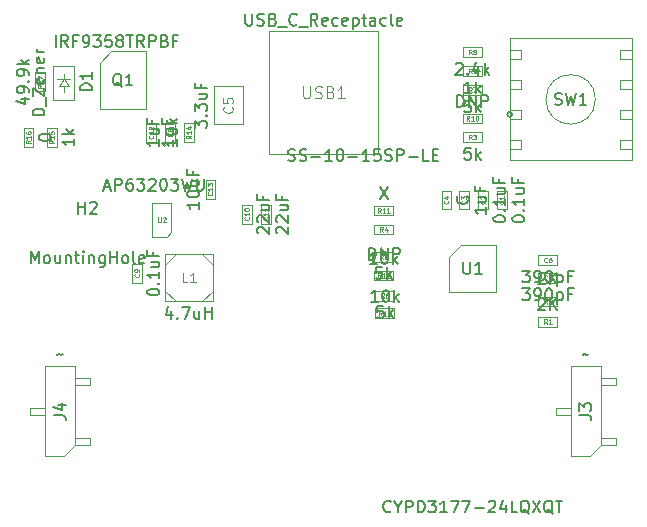
<source format=gbr>
%TF.GenerationSoftware,KiCad,Pcbnew,8.0.0*%
%TF.CreationDate,2024-03-04T20:39:57-05:00*%
%TF.ProjectId,USB C breadboard power supply,55534220-4320-4627-9265-6164626f6172,0.1*%
%TF.SameCoordinates,Original*%
%TF.FileFunction,AssemblyDrawing,Top*%
%FSLAX46Y46*%
G04 Gerber Fmt 4.6, Leading zero omitted, Abs format (unit mm)*
G04 Created by KiCad (PCBNEW 8.0.0) date 2024-03-04 20:39:57*
%MOMM*%
%LPD*%
G01*
G04 APERTURE LIST*
%ADD10C,0.150000*%
%ADD11C,0.060000*%
%ADD12C,0.120000*%
%ADD13C,0.100000*%
%ADD14C,0.025400*%
%ADD15C,0.152400*%
G04 APERTURE END LIST*
D10*
X104438095Y-127403866D02*
X104485714Y-127356247D01*
X104485714Y-127356247D02*
X104580952Y-127308628D01*
X104580952Y-127308628D02*
X104771428Y-127403866D01*
X104771428Y-127403866D02*
X104866666Y-127356247D01*
X104866666Y-127356247D02*
X104914285Y-127308628D01*
X104154819Y-132533333D02*
X104869104Y-132533333D01*
X104869104Y-132533333D02*
X105011961Y-132580952D01*
X105011961Y-132580952D02*
X105107200Y-132676190D01*
X105107200Y-132676190D02*
X105154819Y-132819047D01*
X105154819Y-132819047D02*
X105154819Y-132914285D01*
X104488152Y-131628571D02*
X105154819Y-131628571D01*
X104107200Y-131866666D02*
X104821485Y-132104761D01*
X104821485Y-132104761D02*
X104821485Y-131485714D01*
X123080057Y-117142856D02*
X123032438Y-117095237D01*
X123032438Y-117095237D02*
X122984819Y-116999999D01*
X122984819Y-116999999D02*
X122984819Y-116761904D01*
X122984819Y-116761904D02*
X123032438Y-116666666D01*
X123032438Y-116666666D02*
X123080057Y-116619047D01*
X123080057Y-116619047D02*
X123175295Y-116571428D01*
X123175295Y-116571428D02*
X123270533Y-116571428D01*
X123270533Y-116571428D02*
X123413390Y-116619047D01*
X123413390Y-116619047D02*
X123984819Y-117190475D01*
X123984819Y-117190475D02*
X123984819Y-116571428D01*
X123080057Y-116190475D02*
X123032438Y-116142856D01*
X123032438Y-116142856D02*
X122984819Y-116047618D01*
X122984819Y-116047618D02*
X122984819Y-115809523D01*
X122984819Y-115809523D02*
X123032438Y-115714285D01*
X123032438Y-115714285D02*
X123080057Y-115666666D01*
X123080057Y-115666666D02*
X123175295Y-115619047D01*
X123175295Y-115619047D02*
X123270533Y-115619047D01*
X123270533Y-115619047D02*
X123413390Y-115666666D01*
X123413390Y-115666666D02*
X123984819Y-116238094D01*
X123984819Y-116238094D02*
X123984819Y-115619047D01*
X123318152Y-114761904D02*
X123984819Y-114761904D01*
X123318152Y-115190475D02*
X123841961Y-115190475D01*
X123841961Y-115190475D02*
X123937200Y-115142856D01*
X123937200Y-115142856D02*
X123984819Y-115047618D01*
X123984819Y-115047618D02*
X123984819Y-114904761D01*
X123984819Y-114904761D02*
X123937200Y-114809523D01*
X123937200Y-114809523D02*
X123889580Y-114761904D01*
X123461009Y-113952380D02*
X123461009Y-114285713D01*
X123984819Y-114285713D02*
X122984819Y-114285713D01*
X122984819Y-114285713D02*
X122984819Y-113809523D01*
D11*
X122243832Y-115757142D02*
X122262880Y-115776190D01*
X122262880Y-115776190D02*
X122281927Y-115833332D01*
X122281927Y-115833332D02*
X122281927Y-115871428D01*
X122281927Y-115871428D02*
X122262880Y-115928571D01*
X122262880Y-115928571D02*
X122224784Y-115966666D01*
X122224784Y-115966666D02*
X122186689Y-115985713D01*
X122186689Y-115985713D02*
X122110499Y-116004761D01*
X122110499Y-116004761D02*
X122053356Y-116004761D01*
X122053356Y-116004761D02*
X121977165Y-115985713D01*
X121977165Y-115985713D02*
X121939070Y-115966666D01*
X121939070Y-115966666D02*
X121900975Y-115928571D01*
X121900975Y-115928571D02*
X121881927Y-115871428D01*
X121881927Y-115871428D02*
X121881927Y-115833332D01*
X121881927Y-115833332D02*
X121900975Y-115776190D01*
X121900975Y-115776190D02*
X121920022Y-115757142D01*
X122281927Y-115376190D02*
X122281927Y-115604761D01*
X122281927Y-115490475D02*
X121881927Y-115490475D01*
X121881927Y-115490475D02*
X121939070Y-115528571D01*
X121939070Y-115528571D02*
X121977165Y-115566666D01*
X121977165Y-115566666D02*
X121996213Y-115604761D01*
X122281927Y-114995238D02*
X122281927Y-115223809D01*
X122281927Y-115109523D02*
X121881927Y-115109523D01*
X121881927Y-115109523D02*
X121939070Y-115147619D01*
X121939070Y-115147619D02*
X121977165Y-115185714D01*
X121977165Y-115185714D02*
X121996213Y-115223809D01*
D10*
X132020833Y-123291069D02*
X131544643Y-123291069D01*
X131544643Y-123291069D02*
X131497024Y-123767259D01*
X131497024Y-123767259D02*
X131544643Y-123719640D01*
X131544643Y-123719640D02*
X131639881Y-123672021D01*
X131639881Y-123672021D02*
X131877976Y-123672021D01*
X131877976Y-123672021D02*
X131973214Y-123719640D01*
X131973214Y-123719640D02*
X132020833Y-123767259D01*
X132020833Y-123767259D02*
X132068452Y-123862497D01*
X132068452Y-123862497D02*
X132068452Y-124100592D01*
X132068452Y-124100592D02*
X132020833Y-124195830D01*
X132020833Y-124195830D02*
X131973214Y-124243450D01*
X131973214Y-124243450D02*
X131877976Y-124291069D01*
X131877976Y-124291069D02*
X131639881Y-124291069D01*
X131639881Y-124291069D02*
X131544643Y-124243450D01*
X131544643Y-124243450D02*
X131497024Y-124195830D01*
X132497024Y-124291069D02*
X132497024Y-123291069D01*
X132592262Y-123910116D02*
X132877976Y-124291069D01*
X132877976Y-123624402D02*
X132497024Y-124005354D01*
D11*
X132120833Y-122588177D02*
X131987500Y-122397701D01*
X131892262Y-122588177D02*
X131892262Y-122188177D01*
X131892262Y-122188177D02*
X132044643Y-122188177D01*
X132044643Y-122188177D02*
X132082738Y-122207225D01*
X132082738Y-122207225D02*
X132101785Y-122226272D01*
X132101785Y-122226272D02*
X132120833Y-122264368D01*
X132120833Y-122264368D02*
X132120833Y-122321510D01*
X132120833Y-122321510D02*
X132101785Y-122359606D01*
X132101785Y-122359606D02*
X132082738Y-122378653D01*
X132082738Y-122378653D02*
X132044643Y-122397701D01*
X132044643Y-122397701D02*
X131892262Y-122397701D01*
X132463690Y-122188177D02*
X132387500Y-122188177D01*
X132387500Y-122188177D02*
X132349404Y-122207225D01*
X132349404Y-122207225D02*
X132330357Y-122226272D01*
X132330357Y-122226272D02*
X132292262Y-122283415D01*
X132292262Y-122283415D02*
X132273214Y-122359606D01*
X132273214Y-122359606D02*
X132273214Y-122511987D01*
X132273214Y-122511987D02*
X132292262Y-122550082D01*
X132292262Y-122550082D02*
X132311309Y-122569130D01*
X132311309Y-122569130D02*
X132349404Y-122588177D01*
X132349404Y-122588177D02*
X132425595Y-122588177D01*
X132425595Y-122588177D02*
X132463690Y-122569130D01*
X132463690Y-122569130D02*
X132482738Y-122550082D01*
X132482738Y-122550082D02*
X132501785Y-122511987D01*
X132501785Y-122511987D02*
X132501785Y-122416749D01*
X132501785Y-122416749D02*
X132482738Y-122378653D01*
X132482738Y-122378653D02*
X132463690Y-122359606D01*
X132463690Y-122359606D02*
X132425595Y-122340558D01*
X132425595Y-122340558D02*
X132349404Y-122340558D01*
X132349404Y-122340558D02*
X132311309Y-122359606D01*
X132311309Y-122359606D02*
X132292262Y-122378653D01*
X132292262Y-122378653D02*
X132273214Y-122416749D01*
D10*
X131920833Y-119991069D02*
X131444643Y-119991069D01*
X131444643Y-119991069D02*
X131397024Y-120467259D01*
X131397024Y-120467259D02*
X131444643Y-120419640D01*
X131444643Y-120419640D02*
X131539881Y-120372021D01*
X131539881Y-120372021D02*
X131777976Y-120372021D01*
X131777976Y-120372021D02*
X131873214Y-120419640D01*
X131873214Y-120419640D02*
X131920833Y-120467259D01*
X131920833Y-120467259D02*
X131968452Y-120562497D01*
X131968452Y-120562497D02*
X131968452Y-120800592D01*
X131968452Y-120800592D02*
X131920833Y-120895830D01*
X131920833Y-120895830D02*
X131873214Y-120943450D01*
X131873214Y-120943450D02*
X131777976Y-120991069D01*
X131777976Y-120991069D02*
X131539881Y-120991069D01*
X131539881Y-120991069D02*
X131444643Y-120943450D01*
X131444643Y-120943450D02*
X131397024Y-120895830D01*
X132397024Y-120991069D02*
X132397024Y-119991069D01*
X132492262Y-120610116D02*
X132777976Y-120991069D01*
X132777976Y-120324402D02*
X132397024Y-120705354D01*
D11*
X132020833Y-119288177D02*
X131887500Y-119097701D01*
X131792262Y-119288177D02*
X131792262Y-118888177D01*
X131792262Y-118888177D02*
X131944643Y-118888177D01*
X131944643Y-118888177D02*
X131982738Y-118907225D01*
X131982738Y-118907225D02*
X132001785Y-118926272D01*
X132001785Y-118926272D02*
X132020833Y-118964368D01*
X132020833Y-118964368D02*
X132020833Y-119021510D01*
X132020833Y-119021510D02*
X132001785Y-119059606D01*
X132001785Y-119059606D02*
X131982738Y-119078653D01*
X131982738Y-119078653D02*
X131944643Y-119097701D01*
X131944643Y-119097701D02*
X131792262Y-119097701D01*
X132382738Y-118888177D02*
X132192262Y-118888177D01*
X132192262Y-118888177D02*
X132173214Y-119078653D01*
X132173214Y-119078653D02*
X132192262Y-119059606D01*
X132192262Y-119059606D02*
X132230357Y-119040558D01*
X132230357Y-119040558D02*
X132325595Y-119040558D01*
X132325595Y-119040558D02*
X132363690Y-119059606D01*
X132363690Y-119059606D02*
X132382738Y-119078653D01*
X132382738Y-119078653D02*
X132401785Y-119116749D01*
X132401785Y-119116749D02*
X132401785Y-119211987D01*
X132401785Y-119211987D02*
X132382738Y-119250082D01*
X132382738Y-119250082D02*
X132363690Y-119269130D01*
X132363690Y-119269130D02*
X132325595Y-119288177D01*
X132325595Y-119288177D02*
X132230357Y-119288177D01*
X132230357Y-119288177D02*
X132192262Y-119269130D01*
X132192262Y-119269130D02*
X132173214Y-119250082D01*
D10*
X132682737Y-140665830D02*
X132635118Y-140713450D01*
X132635118Y-140713450D02*
X132492261Y-140761069D01*
X132492261Y-140761069D02*
X132397023Y-140761069D01*
X132397023Y-140761069D02*
X132254166Y-140713450D01*
X132254166Y-140713450D02*
X132158928Y-140618211D01*
X132158928Y-140618211D02*
X132111309Y-140522973D01*
X132111309Y-140522973D02*
X132063690Y-140332497D01*
X132063690Y-140332497D02*
X132063690Y-140189640D01*
X132063690Y-140189640D02*
X132111309Y-139999164D01*
X132111309Y-139999164D02*
X132158928Y-139903926D01*
X132158928Y-139903926D02*
X132254166Y-139808688D01*
X132254166Y-139808688D02*
X132397023Y-139761069D01*
X132397023Y-139761069D02*
X132492261Y-139761069D01*
X132492261Y-139761069D02*
X132635118Y-139808688D01*
X132635118Y-139808688D02*
X132682737Y-139856307D01*
X133301785Y-140284878D02*
X133301785Y-140761069D01*
X132968452Y-139761069D02*
X133301785Y-140284878D01*
X133301785Y-140284878D02*
X133635118Y-139761069D01*
X133968452Y-140761069D02*
X133968452Y-139761069D01*
X133968452Y-139761069D02*
X134349404Y-139761069D01*
X134349404Y-139761069D02*
X134444642Y-139808688D01*
X134444642Y-139808688D02*
X134492261Y-139856307D01*
X134492261Y-139856307D02*
X134539880Y-139951545D01*
X134539880Y-139951545D02*
X134539880Y-140094402D01*
X134539880Y-140094402D02*
X134492261Y-140189640D01*
X134492261Y-140189640D02*
X134444642Y-140237259D01*
X134444642Y-140237259D02*
X134349404Y-140284878D01*
X134349404Y-140284878D02*
X133968452Y-140284878D01*
X134968452Y-140761069D02*
X134968452Y-139761069D01*
X134968452Y-139761069D02*
X135206547Y-139761069D01*
X135206547Y-139761069D02*
X135349404Y-139808688D01*
X135349404Y-139808688D02*
X135444642Y-139903926D01*
X135444642Y-139903926D02*
X135492261Y-139999164D01*
X135492261Y-139999164D02*
X135539880Y-140189640D01*
X135539880Y-140189640D02*
X135539880Y-140332497D01*
X135539880Y-140332497D02*
X135492261Y-140522973D01*
X135492261Y-140522973D02*
X135444642Y-140618211D01*
X135444642Y-140618211D02*
X135349404Y-140713450D01*
X135349404Y-140713450D02*
X135206547Y-140761069D01*
X135206547Y-140761069D02*
X134968452Y-140761069D01*
X135873214Y-139761069D02*
X136492261Y-139761069D01*
X136492261Y-139761069D02*
X136158928Y-140142021D01*
X136158928Y-140142021D02*
X136301785Y-140142021D01*
X136301785Y-140142021D02*
X136397023Y-140189640D01*
X136397023Y-140189640D02*
X136444642Y-140237259D01*
X136444642Y-140237259D02*
X136492261Y-140332497D01*
X136492261Y-140332497D02*
X136492261Y-140570592D01*
X136492261Y-140570592D02*
X136444642Y-140665830D01*
X136444642Y-140665830D02*
X136397023Y-140713450D01*
X136397023Y-140713450D02*
X136301785Y-140761069D01*
X136301785Y-140761069D02*
X136016071Y-140761069D01*
X136016071Y-140761069D02*
X135920833Y-140713450D01*
X135920833Y-140713450D02*
X135873214Y-140665830D01*
X137444642Y-140761069D02*
X136873214Y-140761069D01*
X137158928Y-140761069D02*
X137158928Y-139761069D01*
X137158928Y-139761069D02*
X137063690Y-139903926D01*
X137063690Y-139903926D02*
X136968452Y-139999164D01*
X136968452Y-139999164D02*
X136873214Y-140046783D01*
X137777976Y-139761069D02*
X138444642Y-139761069D01*
X138444642Y-139761069D02*
X138016071Y-140761069D01*
X138730357Y-139761069D02*
X139397023Y-139761069D01*
X139397023Y-139761069D02*
X138968452Y-140761069D01*
X139777976Y-140380116D02*
X140539881Y-140380116D01*
X140968452Y-139856307D02*
X141016071Y-139808688D01*
X141016071Y-139808688D02*
X141111309Y-139761069D01*
X141111309Y-139761069D02*
X141349404Y-139761069D01*
X141349404Y-139761069D02*
X141444642Y-139808688D01*
X141444642Y-139808688D02*
X141492261Y-139856307D01*
X141492261Y-139856307D02*
X141539880Y-139951545D01*
X141539880Y-139951545D02*
X141539880Y-140046783D01*
X141539880Y-140046783D02*
X141492261Y-140189640D01*
X141492261Y-140189640D02*
X140920833Y-140761069D01*
X140920833Y-140761069D02*
X141539880Y-140761069D01*
X142397023Y-140094402D02*
X142397023Y-140761069D01*
X142158928Y-139713450D02*
X141920833Y-140427735D01*
X141920833Y-140427735D02*
X142539880Y-140427735D01*
X143397023Y-140761069D02*
X142920833Y-140761069D01*
X142920833Y-140761069D02*
X142920833Y-139761069D01*
X144397023Y-140856307D02*
X144301785Y-140808688D01*
X144301785Y-140808688D02*
X144206547Y-140713450D01*
X144206547Y-140713450D02*
X144063690Y-140570592D01*
X144063690Y-140570592D02*
X143968452Y-140522973D01*
X143968452Y-140522973D02*
X143873214Y-140522973D01*
X143920833Y-140761069D02*
X143825595Y-140713450D01*
X143825595Y-140713450D02*
X143730357Y-140618211D01*
X143730357Y-140618211D02*
X143682738Y-140427735D01*
X143682738Y-140427735D02*
X143682738Y-140094402D01*
X143682738Y-140094402D02*
X143730357Y-139903926D01*
X143730357Y-139903926D02*
X143825595Y-139808688D01*
X143825595Y-139808688D02*
X143920833Y-139761069D01*
X143920833Y-139761069D02*
X144111309Y-139761069D01*
X144111309Y-139761069D02*
X144206547Y-139808688D01*
X144206547Y-139808688D02*
X144301785Y-139903926D01*
X144301785Y-139903926D02*
X144349404Y-140094402D01*
X144349404Y-140094402D02*
X144349404Y-140427735D01*
X144349404Y-140427735D02*
X144301785Y-140618211D01*
X144301785Y-140618211D02*
X144206547Y-140713450D01*
X144206547Y-140713450D02*
X144111309Y-140761069D01*
X144111309Y-140761069D02*
X143920833Y-140761069D01*
X144682738Y-139761069D02*
X145349404Y-140761069D01*
X145349404Y-139761069D02*
X144682738Y-140761069D01*
X146397023Y-140856307D02*
X146301785Y-140808688D01*
X146301785Y-140808688D02*
X146206547Y-140713450D01*
X146206547Y-140713450D02*
X146063690Y-140570592D01*
X146063690Y-140570592D02*
X145968452Y-140522973D01*
X145968452Y-140522973D02*
X145873214Y-140522973D01*
X145920833Y-140761069D02*
X145825595Y-140713450D01*
X145825595Y-140713450D02*
X145730357Y-140618211D01*
X145730357Y-140618211D02*
X145682738Y-140427735D01*
X145682738Y-140427735D02*
X145682738Y-140094402D01*
X145682738Y-140094402D02*
X145730357Y-139903926D01*
X145730357Y-139903926D02*
X145825595Y-139808688D01*
X145825595Y-139808688D02*
X145920833Y-139761069D01*
X145920833Y-139761069D02*
X146111309Y-139761069D01*
X146111309Y-139761069D02*
X146206547Y-139808688D01*
X146206547Y-139808688D02*
X146301785Y-139903926D01*
X146301785Y-139903926D02*
X146349404Y-140094402D01*
X146349404Y-140094402D02*
X146349404Y-140427735D01*
X146349404Y-140427735D02*
X146301785Y-140618211D01*
X146301785Y-140618211D02*
X146206547Y-140713450D01*
X146206547Y-140713450D02*
X146111309Y-140761069D01*
X146111309Y-140761069D02*
X145920833Y-140761069D01*
X146635119Y-139761069D02*
X147206547Y-139761069D01*
X146920833Y-140761069D02*
X146920833Y-139761069D01*
X138825595Y-119561069D02*
X138825595Y-120370592D01*
X138825595Y-120370592D02*
X138873214Y-120465830D01*
X138873214Y-120465830D02*
X138920833Y-120513450D01*
X138920833Y-120513450D02*
X139016071Y-120561069D01*
X139016071Y-120561069D02*
X139206547Y-120561069D01*
X139206547Y-120561069D02*
X139301785Y-120513450D01*
X139301785Y-120513450D02*
X139349404Y-120465830D01*
X139349404Y-120465830D02*
X139397023Y-120370592D01*
X139397023Y-120370592D02*
X139397023Y-119561069D01*
X140397023Y-120561069D02*
X139825595Y-120561069D01*
X140111309Y-120561069D02*
X140111309Y-119561069D01*
X140111309Y-119561069D02*
X140016071Y-119703926D01*
X140016071Y-119703926D02*
X139920833Y-119799164D01*
X139920833Y-119799164D02*
X139825595Y-119846783D01*
X105884819Y-109119047D02*
X105884819Y-109690475D01*
X105884819Y-109404761D02*
X104884819Y-109404761D01*
X104884819Y-109404761D02*
X105027676Y-109499999D01*
X105027676Y-109499999D02*
X105122914Y-109595237D01*
X105122914Y-109595237D02*
X105170533Y-109690475D01*
X105884819Y-108690475D02*
X104884819Y-108690475D01*
X105503866Y-108595237D02*
X105884819Y-108309523D01*
X105218152Y-108309523D02*
X105599104Y-108690475D01*
D11*
X104181927Y-109257142D02*
X103991451Y-109390475D01*
X104181927Y-109485713D02*
X103781927Y-109485713D01*
X103781927Y-109485713D02*
X103781927Y-109333332D01*
X103781927Y-109333332D02*
X103800975Y-109295237D01*
X103800975Y-109295237D02*
X103820022Y-109276190D01*
X103820022Y-109276190D02*
X103858118Y-109257142D01*
X103858118Y-109257142D02*
X103915260Y-109257142D01*
X103915260Y-109257142D02*
X103953356Y-109276190D01*
X103953356Y-109276190D02*
X103972403Y-109295237D01*
X103972403Y-109295237D02*
X103991451Y-109333332D01*
X103991451Y-109333332D02*
X103991451Y-109485713D01*
X104181927Y-108876190D02*
X104181927Y-109104761D01*
X104181927Y-108990475D02*
X103781927Y-108990475D01*
X103781927Y-108990475D02*
X103839070Y-109028571D01*
X103839070Y-109028571D02*
X103877165Y-109066666D01*
X103877165Y-109066666D02*
X103896213Y-109104761D01*
X103781927Y-108514285D02*
X103781927Y-108704761D01*
X103781927Y-108704761D02*
X103972403Y-108723809D01*
X103972403Y-108723809D02*
X103953356Y-108704761D01*
X103953356Y-108704761D02*
X103934308Y-108666666D01*
X103934308Y-108666666D02*
X103934308Y-108571428D01*
X103934308Y-108571428D02*
X103953356Y-108533333D01*
X103953356Y-108533333D02*
X103972403Y-108514285D01*
X103972403Y-108514285D02*
X104010499Y-108495238D01*
X104010499Y-108495238D02*
X104105737Y-108495238D01*
X104105737Y-108495238D02*
X104143832Y-108514285D01*
X104143832Y-108514285D02*
X104162880Y-108533333D01*
X104162880Y-108533333D02*
X104181927Y-108571428D01*
X104181927Y-108571428D02*
X104181927Y-108666666D01*
X104181927Y-108666666D02*
X104162880Y-108704761D01*
X104162880Y-108704761D02*
X104143832Y-108723809D01*
D10*
X108448214Y-113219104D02*
X108924404Y-113219104D01*
X108352976Y-113504819D02*
X108686309Y-112504819D01*
X108686309Y-112504819D02*
X109019642Y-113504819D01*
X109352976Y-113504819D02*
X109352976Y-112504819D01*
X109352976Y-112504819D02*
X109733928Y-112504819D01*
X109733928Y-112504819D02*
X109829166Y-112552438D01*
X109829166Y-112552438D02*
X109876785Y-112600057D01*
X109876785Y-112600057D02*
X109924404Y-112695295D01*
X109924404Y-112695295D02*
X109924404Y-112838152D01*
X109924404Y-112838152D02*
X109876785Y-112933390D01*
X109876785Y-112933390D02*
X109829166Y-112981009D01*
X109829166Y-112981009D02*
X109733928Y-113028628D01*
X109733928Y-113028628D02*
X109352976Y-113028628D01*
X110781547Y-112504819D02*
X110591071Y-112504819D01*
X110591071Y-112504819D02*
X110495833Y-112552438D01*
X110495833Y-112552438D02*
X110448214Y-112600057D01*
X110448214Y-112600057D02*
X110352976Y-112742914D01*
X110352976Y-112742914D02*
X110305357Y-112933390D01*
X110305357Y-112933390D02*
X110305357Y-113314342D01*
X110305357Y-113314342D02*
X110352976Y-113409580D01*
X110352976Y-113409580D02*
X110400595Y-113457200D01*
X110400595Y-113457200D02*
X110495833Y-113504819D01*
X110495833Y-113504819D02*
X110686309Y-113504819D01*
X110686309Y-113504819D02*
X110781547Y-113457200D01*
X110781547Y-113457200D02*
X110829166Y-113409580D01*
X110829166Y-113409580D02*
X110876785Y-113314342D01*
X110876785Y-113314342D02*
X110876785Y-113076247D01*
X110876785Y-113076247D02*
X110829166Y-112981009D01*
X110829166Y-112981009D02*
X110781547Y-112933390D01*
X110781547Y-112933390D02*
X110686309Y-112885771D01*
X110686309Y-112885771D02*
X110495833Y-112885771D01*
X110495833Y-112885771D02*
X110400595Y-112933390D01*
X110400595Y-112933390D02*
X110352976Y-112981009D01*
X110352976Y-112981009D02*
X110305357Y-113076247D01*
X111210119Y-112504819D02*
X111829166Y-112504819D01*
X111829166Y-112504819D02*
X111495833Y-112885771D01*
X111495833Y-112885771D02*
X111638690Y-112885771D01*
X111638690Y-112885771D02*
X111733928Y-112933390D01*
X111733928Y-112933390D02*
X111781547Y-112981009D01*
X111781547Y-112981009D02*
X111829166Y-113076247D01*
X111829166Y-113076247D02*
X111829166Y-113314342D01*
X111829166Y-113314342D02*
X111781547Y-113409580D01*
X111781547Y-113409580D02*
X111733928Y-113457200D01*
X111733928Y-113457200D02*
X111638690Y-113504819D01*
X111638690Y-113504819D02*
X111352976Y-113504819D01*
X111352976Y-113504819D02*
X111257738Y-113457200D01*
X111257738Y-113457200D02*
X111210119Y-113409580D01*
X112210119Y-112600057D02*
X112257738Y-112552438D01*
X112257738Y-112552438D02*
X112352976Y-112504819D01*
X112352976Y-112504819D02*
X112591071Y-112504819D01*
X112591071Y-112504819D02*
X112686309Y-112552438D01*
X112686309Y-112552438D02*
X112733928Y-112600057D01*
X112733928Y-112600057D02*
X112781547Y-112695295D01*
X112781547Y-112695295D02*
X112781547Y-112790533D01*
X112781547Y-112790533D02*
X112733928Y-112933390D01*
X112733928Y-112933390D02*
X112162500Y-113504819D01*
X112162500Y-113504819D02*
X112781547Y-113504819D01*
X113400595Y-112504819D02*
X113495833Y-112504819D01*
X113495833Y-112504819D02*
X113591071Y-112552438D01*
X113591071Y-112552438D02*
X113638690Y-112600057D01*
X113638690Y-112600057D02*
X113686309Y-112695295D01*
X113686309Y-112695295D02*
X113733928Y-112885771D01*
X113733928Y-112885771D02*
X113733928Y-113123866D01*
X113733928Y-113123866D02*
X113686309Y-113314342D01*
X113686309Y-113314342D02*
X113638690Y-113409580D01*
X113638690Y-113409580D02*
X113591071Y-113457200D01*
X113591071Y-113457200D02*
X113495833Y-113504819D01*
X113495833Y-113504819D02*
X113400595Y-113504819D01*
X113400595Y-113504819D02*
X113305357Y-113457200D01*
X113305357Y-113457200D02*
X113257738Y-113409580D01*
X113257738Y-113409580D02*
X113210119Y-113314342D01*
X113210119Y-113314342D02*
X113162500Y-113123866D01*
X113162500Y-113123866D02*
X113162500Y-112885771D01*
X113162500Y-112885771D02*
X113210119Y-112695295D01*
X113210119Y-112695295D02*
X113257738Y-112600057D01*
X113257738Y-112600057D02*
X113305357Y-112552438D01*
X113305357Y-112552438D02*
X113400595Y-112504819D01*
X114067262Y-112504819D02*
X114686309Y-112504819D01*
X114686309Y-112504819D02*
X114352976Y-112885771D01*
X114352976Y-112885771D02*
X114495833Y-112885771D01*
X114495833Y-112885771D02*
X114591071Y-112933390D01*
X114591071Y-112933390D02*
X114638690Y-112981009D01*
X114638690Y-112981009D02*
X114686309Y-113076247D01*
X114686309Y-113076247D02*
X114686309Y-113314342D01*
X114686309Y-113314342D02*
X114638690Y-113409580D01*
X114638690Y-113409580D02*
X114591071Y-113457200D01*
X114591071Y-113457200D02*
X114495833Y-113504819D01*
X114495833Y-113504819D02*
X114210119Y-113504819D01*
X114210119Y-113504819D02*
X114114881Y-113457200D01*
X114114881Y-113457200D02*
X114067262Y-113409580D01*
X115019643Y-112504819D02*
X115257738Y-113504819D01*
X115257738Y-113504819D02*
X115448214Y-112790533D01*
X115448214Y-112790533D02*
X115638690Y-113504819D01*
X115638690Y-113504819D02*
X115876786Y-112504819D01*
X116257738Y-112504819D02*
X116257738Y-113314342D01*
X116257738Y-113314342D02*
X116305357Y-113409580D01*
X116305357Y-113409580D02*
X116352976Y-113457200D01*
X116352976Y-113457200D02*
X116448214Y-113504819D01*
X116448214Y-113504819D02*
X116638690Y-113504819D01*
X116638690Y-113504819D02*
X116733928Y-113457200D01*
X116733928Y-113457200D02*
X116781547Y-113409580D01*
X116781547Y-113409580D02*
X116829166Y-113314342D01*
X116829166Y-113314342D02*
X116829166Y-112504819D01*
D11*
X112995238Y-115781927D02*
X112995238Y-116105737D01*
X112995238Y-116105737D02*
X113014285Y-116143832D01*
X113014285Y-116143832D02*
X113033333Y-116162880D01*
X113033333Y-116162880D02*
X113071428Y-116181927D01*
X113071428Y-116181927D02*
X113147619Y-116181927D01*
X113147619Y-116181927D02*
X113185714Y-116162880D01*
X113185714Y-116162880D02*
X113204761Y-116143832D01*
X113204761Y-116143832D02*
X113223809Y-116105737D01*
X113223809Y-116105737D02*
X113223809Y-115781927D01*
X113395238Y-115820022D02*
X113414286Y-115800975D01*
X113414286Y-115800975D02*
X113452381Y-115781927D01*
X113452381Y-115781927D02*
X113547619Y-115781927D01*
X113547619Y-115781927D02*
X113585714Y-115800975D01*
X113585714Y-115800975D02*
X113604762Y-115820022D01*
X113604762Y-115820022D02*
X113623809Y-115858118D01*
X113623809Y-115858118D02*
X113623809Y-115896213D01*
X113623809Y-115896213D02*
X113604762Y-115953356D01*
X113604762Y-115953356D02*
X113376190Y-116181927D01*
X113376190Y-116181927D02*
X113623809Y-116181927D01*
D10*
X102214285Y-119654819D02*
X102214285Y-118654819D01*
X102214285Y-118654819D02*
X102547618Y-119369104D01*
X102547618Y-119369104D02*
X102880951Y-118654819D01*
X102880951Y-118654819D02*
X102880951Y-119654819D01*
X103499999Y-119654819D02*
X103404761Y-119607200D01*
X103404761Y-119607200D02*
X103357142Y-119559580D01*
X103357142Y-119559580D02*
X103309523Y-119464342D01*
X103309523Y-119464342D02*
X103309523Y-119178628D01*
X103309523Y-119178628D02*
X103357142Y-119083390D01*
X103357142Y-119083390D02*
X103404761Y-119035771D01*
X103404761Y-119035771D02*
X103499999Y-118988152D01*
X103499999Y-118988152D02*
X103642856Y-118988152D01*
X103642856Y-118988152D02*
X103738094Y-119035771D01*
X103738094Y-119035771D02*
X103785713Y-119083390D01*
X103785713Y-119083390D02*
X103833332Y-119178628D01*
X103833332Y-119178628D02*
X103833332Y-119464342D01*
X103833332Y-119464342D02*
X103785713Y-119559580D01*
X103785713Y-119559580D02*
X103738094Y-119607200D01*
X103738094Y-119607200D02*
X103642856Y-119654819D01*
X103642856Y-119654819D02*
X103499999Y-119654819D01*
X104690475Y-118988152D02*
X104690475Y-119654819D01*
X104261904Y-118988152D02*
X104261904Y-119511961D01*
X104261904Y-119511961D02*
X104309523Y-119607200D01*
X104309523Y-119607200D02*
X104404761Y-119654819D01*
X104404761Y-119654819D02*
X104547618Y-119654819D01*
X104547618Y-119654819D02*
X104642856Y-119607200D01*
X104642856Y-119607200D02*
X104690475Y-119559580D01*
X105166666Y-118988152D02*
X105166666Y-119654819D01*
X105166666Y-119083390D02*
X105214285Y-119035771D01*
X105214285Y-119035771D02*
X105309523Y-118988152D01*
X105309523Y-118988152D02*
X105452380Y-118988152D01*
X105452380Y-118988152D02*
X105547618Y-119035771D01*
X105547618Y-119035771D02*
X105595237Y-119131009D01*
X105595237Y-119131009D02*
X105595237Y-119654819D01*
X105928571Y-118988152D02*
X106309523Y-118988152D01*
X106071428Y-118654819D02*
X106071428Y-119511961D01*
X106071428Y-119511961D02*
X106119047Y-119607200D01*
X106119047Y-119607200D02*
X106214285Y-119654819D01*
X106214285Y-119654819D02*
X106309523Y-119654819D01*
X106642857Y-119654819D02*
X106642857Y-118988152D01*
X106642857Y-118654819D02*
X106595238Y-118702438D01*
X106595238Y-118702438D02*
X106642857Y-118750057D01*
X106642857Y-118750057D02*
X106690476Y-118702438D01*
X106690476Y-118702438D02*
X106642857Y-118654819D01*
X106642857Y-118654819D02*
X106642857Y-118750057D01*
X107119047Y-118988152D02*
X107119047Y-119654819D01*
X107119047Y-119083390D02*
X107166666Y-119035771D01*
X107166666Y-119035771D02*
X107261904Y-118988152D01*
X107261904Y-118988152D02*
X107404761Y-118988152D01*
X107404761Y-118988152D02*
X107499999Y-119035771D01*
X107499999Y-119035771D02*
X107547618Y-119131009D01*
X107547618Y-119131009D02*
X107547618Y-119654819D01*
X108452380Y-118988152D02*
X108452380Y-119797676D01*
X108452380Y-119797676D02*
X108404761Y-119892914D01*
X108404761Y-119892914D02*
X108357142Y-119940533D01*
X108357142Y-119940533D02*
X108261904Y-119988152D01*
X108261904Y-119988152D02*
X108119047Y-119988152D01*
X108119047Y-119988152D02*
X108023809Y-119940533D01*
X108452380Y-119607200D02*
X108357142Y-119654819D01*
X108357142Y-119654819D02*
X108166666Y-119654819D01*
X108166666Y-119654819D02*
X108071428Y-119607200D01*
X108071428Y-119607200D02*
X108023809Y-119559580D01*
X108023809Y-119559580D02*
X107976190Y-119464342D01*
X107976190Y-119464342D02*
X107976190Y-119178628D01*
X107976190Y-119178628D02*
X108023809Y-119083390D01*
X108023809Y-119083390D02*
X108071428Y-119035771D01*
X108071428Y-119035771D02*
X108166666Y-118988152D01*
X108166666Y-118988152D02*
X108357142Y-118988152D01*
X108357142Y-118988152D02*
X108452380Y-119035771D01*
X108928571Y-119654819D02*
X108928571Y-118654819D01*
X108928571Y-119131009D02*
X109499999Y-119131009D01*
X109499999Y-119654819D02*
X109499999Y-118654819D01*
X110119047Y-119654819D02*
X110023809Y-119607200D01*
X110023809Y-119607200D02*
X109976190Y-119559580D01*
X109976190Y-119559580D02*
X109928571Y-119464342D01*
X109928571Y-119464342D02*
X109928571Y-119178628D01*
X109928571Y-119178628D02*
X109976190Y-119083390D01*
X109976190Y-119083390D02*
X110023809Y-119035771D01*
X110023809Y-119035771D02*
X110119047Y-118988152D01*
X110119047Y-118988152D02*
X110261904Y-118988152D01*
X110261904Y-118988152D02*
X110357142Y-119035771D01*
X110357142Y-119035771D02*
X110404761Y-119083390D01*
X110404761Y-119083390D02*
X110452380Y-119178628D01*
X110452380Y-119178628D02*
X110452380Y-119464342D01*
X110452380Y-119464342D02*
X110404761Y-119559580D01*
X110404761Y-119559580D02*
X110357142Y-119607200D01*
X110357142Y-119607200D02*
X110261904Y-119654819D01*
X110261904Y-119654819D02*
X110119047Y-119654819D01*
X111023809Y-119654819D02*
X110928571Y-119607200D01*
X110928571Y-119607200D02*
X110880952Y-119511961D01*
X110880952Y-119511961D02*
X110880952Y-118654819D01*
X111785714Y-119607200D02*
X111690476Y-119654819D01*
X111690476Y-119654819D02*
X111500000Y-119654819D01*
X111500000Y-119654819D02*
X111404762Y-119607200D01*
X111404762Y-119607200D02*
X111357143Y-119511961D01*
X111357143Y-119511961D02*
X111357143Y-119131009D01*
X111357143Y-119131009D02*
X111404762Y-119035771D01*
X111404762Y-119035771D02*
X111500000Y-118988152D01*
X111500000Y-118988152D02*
X111690476Y-118988152D01*
X111690476Y-118988152D02*
X111785714Y-119035771D01*
X111785714Y-119035771D02*
X111833333Y-119131009D01*
X111833333Y-119131009D02*
X111833333Y-119226247D01*
X111833333Y-119226247D02*
X111357143Y-119321485D01*
X106238095Y-115454819D02*
X106238095Y-114454819D01*
X106238095Y-114931009D02*
X106809523Y-114931009D01*
X106809523Y-115454819D02*
X106809523Y-114454819D01*
X107238095Y-114550057D02*
X107285714Y-114502438D01*
X107285714Y-114502438D02*
X107380952Y-114454819D01*
X107380952Y-114454819D02*
X107619047Y-114454819D01*
X107619047Y-114454819D02*
X107714285Y-114502438D01*
X107714285Y-114502438D02*
X107761904Y-114550057D01*
X107761904Y-114550057D02*
X107809523Y-114645295D01*
X107809523Y-114645295D02*
X107809523Y-114740533D01*
X107809523Y-114740533D02*
X107761904Y-114883390D01*
X107761904Y-114883390D02*
X107190476Y-115454819D01*
X107190476Y-115454819D02*
X107809523Y-115454819D01*
X131592261Y-122931069D02*
X131020833Y-122931069D01*
X131306547Y-122931069D02*
X131306547Y-121931069D01*
X131306547Y-121931069D02*
X131211309Y-122073926D01*
X131211309Y-122073926D02*
X131116071Y-122169164D01*
X131116071Y-122169164D02*
X131020833Y-122216783D01*
X132211309Y-121931069D02*
X132306547Y-121931069D01*
X132306547Y-121931069D02*
X132401785Y-121978688D01*
X132401785Y-121978688D02*
X132449404Y-122026307D01*
X132449404Y-122026307D02*
X132497023Y-122121545D01*
X132497023Y-122121545D02*
X132544642Y-122312021D01*
X132544642Y-122312021D02*
X132544642Y-122550116D01*
X132544642Y-122550116D02*
X132497023Y-122740592D01*
X132497023Y-122740592D02*
X132449404Y-122835830D01*
X132449404Y-122835830D02*
X132401785Y-122883450D01*
X132401785Y-122883450D02*
X132306547Y-122931069D01*
X132306547Y-122931069D02*
X132211309Y-122931069D01*
X132211309Y-122931069D02*
X132116071Y-122883450D01*
X132116071Y-122883450D02*
X132068452Y-122835830D01*
X132068452Y-122835830D02*
X132020833Y-122740592D01*
X132020833Y-122740592D02*
X131973214Y-122550116D01*
X131973214Y-122550116D02*
X131973214Y-122312021D01*
X131973214Y-122312021D02*
X132020833Y-122121545D01*
X132020833Y-122121545D02*
X132068452Y-122026307D01*
X132068452Y-122026307D02*
X132116071Y-121978688D01*
X132116071Y-121978688D02*
X132211309Y-121931069D01*
X132973214Y-122931069D02*
X132973214Y-121931069D01*
X133068452Y-122550116D02*
X133354166Y-122931069D01*
X133354166Y-122264402D02*
X132973214Y-122645354D01*
D11*
X131930357Y-124088177D02*
X131797024Y-123897701D01*
X131701786Y-124088177D02*
X131701786Y-123688177D01*
X131701786Y-123688177D02*
X131854167Y-123688177D01*
X131854167Y-123688177D02*
X131892262Y-123707225D01*
X131892262Y-123707225D02*
X131911309Y-123726272D01*
X131911309Y-123726272D02*
X131930357Y-123764368D01*
X131930357Y-123764368D02*
X131930357Y-123821510D01*
X131930357Y-123821510D02*
X131911309Y-123859606D01*
X131911309Y-123859606D02*
X131892262Y-123878653D01*
X131892262Y-123878653D02*
X131854167Y-123897701D01*
X131854167Y-123897701D02*
X131701786Y-123897701D01*
X132311309Y-124088177D02*
X132082738Y-124088177D01*
X132197024Y-124088177D02*
X132197024Y-123688177D01*
X132197024Y-123688177D02*
X132158928Y-123745320D01*
X132158928Y-123745320D02*
X132120833Y-123783415D01*
X132120833Y-123783415D02*
X132082738Y-123802463D01*
X132444642Y-123688177D02*
X132692261Y-123688177D01*
X132692261Y-123688177D02*
X132558928Y-123840558D01*
X132558928Y-123840558D02*
X132616071Y-123840558D01*
X132616071Y-123840558D02*
X132654166Y-123859606D01*
X132654166Y-123859606D02*
X132673214Y-123878653D01*
X132673214Y-123878653D02*
X132692261Y-123916749D01*
X132692261Y-123916749D02*
X132692261Y-124011987D01*
X132692261Y-124011987D02*
X132673214Y-124050082D01*
X132673214Y-124050082D02*
X132654166Y-124069130D01*
X132654166Y-124069130D02*
X132616071Y-124088177D01*
X132616071Y-124088177D02*
X132501785Y-124088177D01*
X132501785Y-124088177D02*
X132463690Y-124069130D01*
X132463690Y-124069130D02*
X132444642Y-124050082D01*
D10*
X142972319Y-115949106D02*
X142972319Y-115853868D01*
X142972319Y-115853868D02*
X143019938Y-115758630D01*
X143019938Y-115758630D02*
X143067557Y-115711011D01*
X143067557Y-115711011D02*
X143162795Y-115663392D01*
X143162795Y-115663392D02*
X143353271Y-115615773D01*
X143353271Y-115615773D02*
X143591366Y-115615773D01*
X143591366Y-115615773D02*
X143781842Y-115663392D01*
X143781842Y-115663392D02*
X143877080Y-115711011D01*
X143877080Y-115711011D02*
X143924700Y-115758630D01*
X143924700Y-115758630D02*
X143972319Y-115853868D01*
X143972319Y-115853868D02*
X143972319Y-115949106D01*
X143972319Y-115949106D02*
X143924700Y-116044344D01*
X143924700Y-116044344D02*
X143877080Y-116091963D01*
X143877080Y-116091963D02*
X143781842Y-116139582D01*
X143781842Y-116139582D02*
X143591366Y-116187201D01*
X143591366Y-116187201D02*
X143353271Y-116187201D01*
X143353271Y-116187201D02*
X143162795Y-116139582D01*
X143162795Y-116139582D02*
X143067557Y-116091963D01*
X143067557Y-116091963D02*
X143019938Y-116044344D01*
X143019938Y-116044344D02*
X142972319Y-115949106D01*
X143877080Y-115187201D02*
X143924700Y-115139582D01*
X143924700Y-115139582D02*
X143972319Y-115187201D01*
X143972319Y-115187201D02*
X143924700Y-115234820D01*
X143924700Y-115234820D02*
X143877080Y-115187201D01*
X143877080Y-115187201D02*
X143972319Y-115187201D01*
X143972319Y-114187202D02*
X143972319Y-114758630D01*
X143972319Y-114472916D02*
X142972319Y-114472916D01*
X142972319Y-114472916D02*
X143115176Y-114568154D01*
X143115176Y-114568154D02*
X143210414Y-114663392D01*
X143210414Y-114663392D02*
X143258033Y-114758630D01*
X143305652Y-113330059D02*
X143972319Y-113330059D01*
X143305652Y-113758630D02*
X143829461Y-113758630D01*
X143829461Y-113758630D02*
X143924700Y-113711011D01*
X143924700Y-113711011D02*
X143972319Y-113615773D01*
X143972319Y-113615773D02*
X143972319Y-113472916D01*
X143972319Y-113472916D02*
X143924700Y-113377678D01*
X143924700Y-113377678D02*
X143877080Y-113330059D01*
X143448509Y-112520535D02*
X143448509Y-112853868D01*
X143972319Y-112853868D02*
X142972319Y-112853868D01*
X142972319Y-112853868D02*
X142972319Y-112377678D01*
D11*
X142231332Y-114372916D02*
X142250380Y-114391964D01*
X142250380Y-114391964D02*
X142269427Y-114449106D01*
X142269427Y-114449106D02*
X142269427Y-114487202D01*
X142269427Y-114487202D02*
X142250380Y-114544345D01*
X142250380Y-114544345D02*
X142212284Y-114582440D01*
X142212284Y-114582440D02*
X142174189Y-114601487D01*
X142174189Y-114601487D02*
X142097999Y-114620535D01*
X142097999Y-114620535D02*
X142040856Y-114620535D01*
X142040856Y-114620535D02*
X141964665Y-114601487D01*
X141964665Y-114601487D02*
X141926570Y-114582440D01*
X141926570Y-114582440D02*
X141888475Y-114544345D01*
X141888475Y-114544345D02*
X141869427Y-114487202D01*
X141869427Y-114487202D02*
X141869427Y-114449106D01*
X141869427Y-114449106D02*
X141888475Y-114391964D01*
X141888475Y-114391964D02*
X141907522Y-114372916D01*
X142269427Y-113991964D02*
X142269427Y-114220535D01*
X142269427Y-114106249D02*
X141869427Y-114106249D01*
X141869427Y-114106249D02*
X141926570Y-114144345D01*
X141926570Y-114144345D02*
X141964665Y-114182440D01*
X141964665Y-114182440D02*
X141983713Y-114220535D01*
D10*
X139433333Y-105884819D02*
X138957143Y-105884819D01*
X138957143Y-105884819D02*
X138909524Y-106361009D01*
X138909524Y-106361009D02*
X138957143Y-106313390D01*
X138957143Y-106313390D02*
X139052381Y-106265771D01*
X139052381Y-106265771D02*
X139290476Y-106265771D01*
X139290476Y-106265771D02*
X139385714Y-106313390D01*
X139385714Y-106313390D02*
X139433333Y-106361009D01*
X139433333Y-106361009D02*
X139480952Y-106456247D01*
X139480952Y-106456247D02*
X139480952Y-106694342D01*
X139480952Y-106694342D02*
X139433333Y-106789580D01*
X139433333Y-106789580D02*
X139385714Y-106837200D01*
X139385714Y-106837200D02*
X139290476Y-106884819D01*
X139290476Y-106884819D02*
X139052381Y-106884819D01*
X139052381Y-106884819D02*
X138957143Y-106837200D01*
X138957143Y-106837200D02*
X138909524Y-106789580D01*
X139909524Y-106884819D02*
X139909524Y-105884819D01*
X140004762Y-106503866D02*
X140290476Y-106884819D01*
X140290476Y-106218152D02*
X139909524Y-106599104D01*
D11*
X139533333Y-105181927D02*
X139400000Y-104991451D01*
X139304762Y-105181927D02*
X139304762Y-104781927D01*
X139304762Y-104781927D02*
X139457143Y-104781927D01*
X139457143Y-104781927D02*
X139495238Y-104800975D01*
X139495238Y-104800975D02*
X139514285Y-104820022D01*
X139514285Y-104820022D02*
X139533333Y-104858118D01*
X139533333Y-104858118D02*
X139533333Y-104915260D01*
X139533333Y-104915260D02*
X139514285Y-104953356D01*
X139514285Y-104953356D02*
X139495238Y-104972403D01*
X139495238Y-104972403D02*
X139457143Y-104991451D01*
X139457143Y-104991451D02*
X139304762Y-104991451D01*
X139666666Y-104781927D02*
X139933333Y-104781927D01*
X139933333Y-104781927D02*
X139761904Y-105181927D01*
D10*
X139480952Y-105284819D02*
X138909524Y-105284819D01*
X139195238Y-105284819D02*
X139195238Y-104284819D01*
X139195238Y-104284819D02*
X139100000Y-104427676D01*
X139100000Y-104427676D02*
X139004762Y-104522914D01*
X139004762Y-104522914D02*
X138909524Y-104570533D01*
X139909524Y-105284819D02*
X139909524Y-104284819D01*
X140004762Y-104903866D02*
X140290476Y-105284819D01*
X140290476Y-104618152D02*
X139909524Y-104999104D01*
D11*
X139533333Y-103581927D02*
X139400000Y-103391451D01*
X139304762Y-103581927D02*
X139304762Y-103181927D01*
X139304762Y-103181927D02*
X139457143Y-103181927D01*
X139457143Y-103181927D02*
X139495238Y-103200975D01*
X139495238Y-103200975D02*
X139514285Y-103220022D01*
X139514285Y-103220022D02*
X139533333Y-103258118D01*
X139533333Y-103258118D02*
X139533333Y-103315260D01*
X139533333Y-103315260D02*
X139514285Y-103353356D01*
X139514285Y-103353356D02*
X139495238Y-103372403D01*
X139495238Y-103372403D02*
X139457143Y-103391451D01*
X139457143Y-103391451D02*
X139304762Y-103391451D01*
X139723809Y-103581927D02*
X139800000Y-103581927D01*
X139800000Y-103581927D02*
X139838095Y-103562880D01*
X139838095Y-103562880D02*
X139857143Y-103543832D01*
X139857143Y-103543832D02*
X139895238Y-103486689D01*
X139895238Y-103486689D02*
X139914285Y-103410499D01*
X139914285Y-103410499D02*
X139914285Y-103258118D01*
X139914285Y-103258118D02*
X139895238Y-103220022D01*
X139895238Y-103220022D02*
X139876190Y-103200975D01*
X139876190Y-103200975D02*
X139838095Y-103181927D01*
X139838095Y-103181927D02*
X139761904Y-103181927D01*
X139761904Y-103181927D02*
X139723809Y-103200975D01*
X139723809Y-103200975D02*
X139704762Y-103220022D01*
X139704762Y-103220022D02*
X139685714Y-103258118D01*
X139685714Y-103258118D02*
X139685714Y-103353356D01*
X139685714Y-103353356D02*
X139704762Y-103391451D01*
X139704762Y-103391451D02*
X139723809Y-103410499D01*
X139723809Y-103410499D02*
X139761904Y-103429546D01*
X139761904Y-103429546D02*
X139838095Y-103429546D01*
X139838095Y-103429546D02*
X139876190Y-103410499D01*
X139876190Y-103410499D02*
X139895238Y-103391451D01*
X139895238Y-103391451D02*
X139914285Y-103353356D01*
D10*
X139177080Y-113996726D02*
X139224700Y-114044345D01*
X139224700Y-114044345D02*
X139272319Y-114187202D01*
X139272319Y-114187202D02*
X139272319Y-114282440D01*
X139272319Y-114282440D02*
X139224700Y-114425297D01*
X139224700Y-114425297D02*
X139129461Y-114520535D01*
X139129461Y-114520535D02*
X139034223Y-114568154D01*
X139034223Y-114568154D02*
X138843747Y-114615773D01*
X138843747Y-114615773D02*
X138700890Y-114615773D01*
X138700890Y-114615773D02*
X138510414Y-114568154D01*
X138510414Y-114568154D02*
X138415176Y-114520535D01*
X138415176Y-114520535D02*
X138319938Y-114425297D01*
X138319938Y-114425297D02*
X138272319Y-114282440D01*
X138272319Y-114282440D02*
X138272319Y-114187202D01*
X138272319Y-114187202D02*
X138319938Y-114044345D01*
X138319938Y-114044345D02*
X138367557Y-113996726D01*
D11*
X137531332Y-114372916D02*
X137550380Y-114391964D01*
X137550380Y-114391964D02*
X137569427Y-114449106D01*
X137569427Y-114449106D02*
X137569427Y-114487202D01*
X137569427Y-114487202D02*
X137550380Y-114544345D01*
X137550380Y-114544345D02*
X137512284Y-114582440D01*
X137512284Y-114582440D02*
X137474189Y-114601487D01*
X137474189Y-114601487D02*
X137397999Y-114620535D01*
X137397999Y-114620535D02*
X137340856Y-114620535D01*
X137340856Y-114620535D02*
X137264665Y-114601487D01*
X137264665Y-114601487D02*
X137226570Y-114582440D01*
X137226570Y-114582440D02*
X137188475Y-114544345D01*
X137188475Y-114544345D02*
X137169427Y-114487202D01*
X137169427Y-114487202D02*
X137169427Y-114449106D01*
X137169427Y-114449106D02*
X137188475Y-114391964D01*
X137188475Y-114391964D02*
X137207522Y-114372916D01*
X137302760Y-114030059D02*
X137569427Y-114030059D01*
X137150380Y-114125297D02*
X137436094Y-114220535D01*
X137436094Y-114220535D02*
X137436094Y-113972916D01*
D10*
X101358152Y-105717261D02*
X102024819Y-105717261D01*
X100977200Y-105955356D02*
X101691485Y-106193451D01*
X101691485Y-106193451D02*
X101691485Y-105574404D01*
X102024819Y-105145832D02*
X102024819Y-104955356D01*
X102024819Y-104955356D02*
X101977200Y-104860118D01*
X101977200Y-104860118D02*
X101929580Y-104812499D01*
X101929580Y-104812499D02*
X101786723Y-104717261D01*
X101786723Y-104717261D02*
X101596247Y-104669642D01*
X101596247Y-104669642D02*
X101215295Y-104669642D01*
X101215295Y-104669642D02*
X101120057Y-104717261D01*
X101120057Y-104717261D02*
X101072438Y-104764880D01*
X101072438Y-104764880D02*
X101024819Y-104860118D01*
X101024819Y-104860118D02*
X101024819Y-105050594D01*
X101024819Y-105050594D02*
X101072438Y-105145832D01*
X101072438Y-105145832D02*
X101120057Y-105193451D01*
X101120057Y-105193451D02*
X101215295Y-105241070D01*
X101215295Y-105241070D02*
X101453390Y-105241070D01*
X101453390Y-105241070D02*
X101548628Y-105193451D01*
X101548628Y-105193451D02*
X101596247Y-105145832D01*
X101596247Y-105145832D02*
X101643866Y-105050594D01*
X101643866Y-105050594D02*
X101643866Y-104860118D01*
X101643866Y-104860118D02*
X101596247Y-104764880D01*
X101596247Y-104764880D02*
X101548628Y-104717261D01*
X101548628Y-104717261D02*
X101453390Y-104669642D01*
X101929580Y-104241070D02*
X101977200Y-104193451D01*
X101977200Y-104193451D02*
X102024819Y-104241070D01*
X102024819Y-104241070D02*
X101977200Y-104288689D01*
X101977200Y-104288689D02*
X101929580Y-104241070D01*
X101929580Y-104241070D02*
X102024819Y-104241070D01*
X102024819Y-103717261D02*
X102024819Y-103526785D01*
X102024819Y-103526785D02*
X101977200Y-103431547D01*
X101977200Y-103431547D02*
X101929580Y-103383928D01*
X101929580Y-103383928D02*
X101786723Y-103288690D01*
X101786723Y-103288690D02*
X101596247Y-103241071D01*
X101596247Y-103241071D02*
X101215295Y-103241071D01*
X101215295Y-103241071D02*
X101120057Y-103288690D01*
X101120057Y-103288690D02*
X101072438Y-103336309D01*
X101072438Y-103336309D02*
X101024819Y-103431547D01*
X101024819Y-103431547D02*
X101024819Y-103622023D01*
X101024819Y-103622023D02*
X101072438Y-103717261D01*
X101072438Y-103717261D02*
X101120057Y-103764880D01*
X101120057Y-103764880D02*
X101215295Y-103812499D01*
X101215295Y-103812499D02*
X101453390Y-103812499D01*
X101453390Y-103812499D02*
X101548628Y-103764880D01*
X101548628Y-103764880D02*
X101596247Y-103717261D01*
X101596247Y-103717261D02*
X101643866Y-103622023D01*
X101643866Y-103622023D02*
X101643866Y-103431547D01*
X101643866Y-103431547D02*
X101596247Y-103336309D01*
X101596247Y-103336309D02*
X101548628Y-103288690D01*
X101548628Y-103288690D02*
X101453390Y-103241071D01*
X102024819Y-102812499D02*
X101024819Y-102812499D01*
X101643866Y-102717261D02*
X102024819Y-102431547D01*
X101358152Y-102431547D02*
X101739104Y-102812499D01*
D11*
X103181927Y-104569642D02*
X102991451Y-104702975D01*
X103181927Y-104798213D02*
X102781927Y-104798213D01*
X102781927Y-104798213D02*
X102781927Y-104645832D01*
X102781927Y-104645832D02*
X102800975Y-104607737D01*
X102800975Y-104607737D02*
X102820022Y-104588690D01*
X102820022Y-104588690D02*
X102858118Y-104569642D01*
X102858118Y-104569642D02*
X102915260Y-104569642D01*
X102915260Y-104569642D02*
X102953356Y-104588690D01*
X102953356Y-104588690D02*
X102972403Y-104607737D01*
X102972403Y-104607737D02*
X102991451Y-104645832D01*
X102991451Y-104645832D02*
X102991451Y-104798213D01*
X103181927Y-104188690D02*
X103181927Y-104417261D01*
X103181927Y-104302975D02*
X102781927Y-104302975D01*
X102781927Y-104302975D02*
X102839070Y-104341071D01*
X102839070Y-104341071D02*
X102877165Y-104379166D01*
X102877165Y-104379166D02*
X102896213Y-104417261D01*
X102781927Y-104055357D02*
X102781927Y-103788690D01*
X102781927Y-103788690D02*
X103181927Y-103960119D01*
D10*
X113024819Y-109185238D02*
X113024819Y-109756666D01*
X113024819Y-109470952D02*
X112024819Y-109470952D01*
X112024819Y-109470952D02*
X112167676Y-109566190D01*
X112167676Y-109566190D02*
X112262914Y-109661428D01*
X112262914Y-109661428D02*
X112310533Y-109756666D01*
X112358152Y-108328095D02*
X113024819Y-108328095D01*
X112358152Y-108756666D02*
X112881961Y-108756666D01*
X112881961Y-108756666D02*
X112977200Y-108709047D01*
X112977200Y-108709047D02*
X113024819Y-108613809D01*
X113024819Y-108613809D02*
X113024819Y-108470952D01*
X113024819Y-108470952D02*
X112977200Y-108375714D01*
X112977200Y-108375714D02*
X112929580Y-108328095D01*
X112501009Y-107518571D02*
X112501009Y-107851904D01*
X113024819Y-107851904D02*
X112024819Y-107851904D01*
X112024819Y-107851904D02*
X112024819Y-107375714D01*
D11*
X114143832Y-108656666D02*
X114162880Y-108675714D01*
X114162880Y-108675714D02*
X114181927Y-108732856D01*
X114181927Y-108732856D02*
X114181927Y-108770952D01*
X114181927Y-108770952D02*
X114162880Y-108828095D01*
X114162880Y-108828095D02*
X114124784Y-108866190D01*
X114124784Y-108866190D02*
X114086689Y-108885237D01*
X114086689Y-108885237D02*
X114010499Y-108904285D01*
X114010499Y-108904285D02*
X113953356Y-108904285D01*
X113953356Y-108904285D02*
X113877165Y-108885237D01*
X113877165Y-108885237D02*
X113839070Y-108866190D01*
X113839070Y-108866190D02*
X113800975Y-108828095D01*
X113800975Y-108828095D02*
X113781927Y-108770952D01*
X113781927Y-108770952D02*
X113781927Y-108732856D01*
X113781927Y-108732856D02*
X113800975Y-108675714D01*
X113800975Y-108675714D02*
X113820022Y-108656666D01*
X113953356Y-108428095D02*
X113934308Y-108466190D01*
X113934308Y-108466190D02*
X113915260Y-108485237D01*
X113915260Y-108485237D02*
X113877165Y-108504285D01*
X113877165Y-108504285D02*
X113858118Y-108504285D01*
X113858118Y-108504285D02*
X113820022Y-108485237D01*
X113820022Y-108485237D02*
X113800975Y-108466190D01*
X113800975Y-108466190D02*
X113781927Y-108428095D01*
X113781927Y-108428095D02*
X113781927Y-108351904D01*
X113781927Y-108351904D02*
X113800975Y-108313809D01*
X113800975Y-108313809D02*
X113820022Y-108294761D01*
X113820022Y-108294761D02*
X113858118Y-108275714D01*
X113858118Y-108275714D02*
X113877165Y-108275714D01*
X113877165Y-108275714D02*
X113915260Y-108294761D01*
X113915260Y-108294761D02*
X113934308Y-108313809D01*
X113934308Y-108313809D02*
X113953356Y-108351904D01*
X113953356Y-108351904D02*
X113953356Y-108428095D01*
X113953356Y-108428095D02*
X113972403Y-108466190D01*
X113972403Y-108466190D02*
X113991451Y-108485237D01*
X113991451Y-108485237D02*
X114029546Y-108504285D01*
X114029546Y-108504285D02*
X114105737Y-108504285D01*
X114105737Y-108504285D02*
X114143832Y-108485237D01*
X114143832Y-108485237D02*
X114162880Y-108466190D01*
X114162880Y-108466190D02*
X114181927Y-108428095D01*
X114181927Y-108428095D02*
X114181927Y-108351904D01*
X114181927Y-108351904D02*
X114162880Y-108313809D01*
X114162880Y-108313809D02*
X114143832Y-108294761D01*
X114143832Y-108294761D02*
X114105737Y-108275714D01*
X114105737Y-108275714D02*
X114029546Y-108275714D01*
X114029546Y-108275714D02*
X113991451Y-108294761D01*
X113991451Y-108294761D02*
X113972403Y-108313809D01*
X113972403Y-108313809D02*
X113953356Y-108351904D01*
D10*
X145201786Y-120556307D02*
X145249405Y-120508688D01*
X145249405Y-120508688D02*
X145344643Y-120461069D01*
X145344643Y-120461069D02*
X145582738Y-120461069D01*
X145582738Y-120461069D02*
X145677976Y-120508688D01*
X145677976Y-120508688D02*
X145725595Y-120556307D01*
X145725595Y-120556307D02*
X145773214Y-120651545D01*
X145773214Y-120651545D02*
X145773214Y-120746783D01*
X145773214Y-120746783D02*
X145725595Y-120889640D01*
X145725595Y-120889640D02*
X145154167Y-121461069D01*
X145154167Y-121461069D02*
X145773214Y-121461069D01*
X146201786Y-121461069D02*
X146201786Y-120461069D01*
X146773214Y-121461069D02*
X146344643Y-120889640D01*
X146773214Y-120461069D02*
X146201786Y-121032497D01*
D11*
X145920833Y-123088177D02*
X145787500Y-122897701D01*
X145692262Y-123088177D02*
X145692262Y-122688177D01*
X145692262Y-122688177D02*
X145844643Y-122688177D01*
X145844643Y-122688177D02*
X145882738Y-122707225D01*
X145882738Y-122707225D02*
X145901785Y-122726272D01*
X145901785Y-122726272D02*
X145920833Y-122764368D01*
X145920833Y-122764368D02*
X145920833Y-122821510D01*
X145920833Y-122821510D02*
X145901785Y-122859606D01*
X145901785Y-122859606D02*
X145882738Y-122878653D01*
X145882738Y-122878653D02*
X145844643Y-122897701D01*
X145844643Y-122897701D02*
X145692262Y-122897701D01*
X146073214Y-122726272D02*
X146092262Y-122707225D01*
X146092262Y-122707225D02*
X146130357Y-122688177D01*
X146130357Y-122688177D02*
X146225595Y-122688177D01*
X146225595Y-122688177D02*
X146263690Y-122707225D01*
X146263690Y-122707225D02*
X146282738Y-122726272D01*
X146282738Y-122726272D02*
X146301785Y-122764368D01*
X146301785Y-122764368D02*
X146301785Y-122802463D01*
X146301785Y-122802463D02*
X146282738Y-122859606D01*
X146282738Y-122859606D02*
X146054166Y-123088177D01*
X146054166Y-123088177D02*
X146301785Y-123088177D01*
D10*
X104307143Y-101354819D02*
X104307143Y-100354819D01*
X105354761Y-101354819D02*
X105021428Y-100878628D01*
X104783333Y-101354819D02*
X104783333Y-100354819D01*
X104783333Y-100354819D02*
X105164285Y-100354819D01*
X105164285Y-100354819D02*
X105259523Y-100402438D01*
X105259523Y-100402438D02*
X105307142Y-100450057D01*
X105307142Y-100450057D02*
X105354761Y-100545295D01*
X105354761Y-100545295D02*
X105354761Y-100688152D01*
X105354761Y-100688152D02*
X105307142Y-100783390D01*
X105307142Y-100783390D02*
X105259523Y-100831009D01*
X105259523Y-100831009D02*
X105164285Y-100878628D01*
X105164285Y-100878628D02*
X104783333Y-100878628D01*
X106116666Y-100831009D02*
X105783333Y-100831009D01*
X105783333Y-101354819D02*
X105783333Y-100354819D01*
X105783333Y-100354819D02*
X106259523Y-100354819D01*
X106688095Y-101354819D02*
X106878571Y-101354819D01*
X106878571Y-101354819D02*
X106973809Y-101307200D01*
X106973809Y-101307200D02*
X107021428Y-101259580D01*
X107021428Y-101259580D02*
X107116666Y-101116723D01*
X107116666Y-101116723D02*
X107164285Y-100926247D01*
X107164285Y-100926247D02*
X107164285Y-100545295D01*
X107164285Y-100545295D02*
X107116666Y-100450057D01*
X107116666Y-100450057D02*
X107069047Y-100402438D01*
X107069047Y-100402438D02*
X106973809Y-100354819D01*
X106973809Y-100354819D02*
X106783333Y-100354819D01*
X106783333Y-100354819D02*
X106688095Y-100402438D01*
X106688095Y-100402438D02*
X106640476Y-100450057D01*
X106640476Y-100450057D02*
X106592857Y-100545295D01*
X106592857Y-100545295D02*
X106592857Y-100783390D01*
X106592857Y-100783390D02*
X106640476Y-100878628D01*
X106640476Y-100878628D02*
X106688095Y-100926247D01*
X106688095Y-100926247D02*
X106783333Y-100973866D01*
X106783333Y-100973866D02*
X106973809Y-100973866D01*
X106973809Y-100973866D02*
X107069047Y-100926247D01*
X107069047Y-100926247D02*
X107116666Y-100878628D01*
X107116666Y-100878628D02*
X107164285Y-100783390D01*
X107497619Y-100354819D02*
X108116666Y-100354819D01*
X108116666Y-100354819D02*
X107783333Y-100735771D01*
X107783333Y-100735771D02*
X107926190Y-100735771D01*
X107926190Y-100735771D02*
X108021428Y-100783390D01*
X108021428Y-100783390D02*
X108069047Y-100831009D01*
X108069047Y-100831009D02*
X108116666Y-100926247D01*
X108116666Y-100926247D02*
X108116666Y-101164342D01*
X108116666Y-101164342D02*
X108069047Y-101259580D01*
X108069047Y-101259580D02*
X108021428Y-101307200D01*
X108021428Y-101307200D02*
X107926190Y-101354819D01*
X107926190Y-101354819D02*
X107640476Y-101354819D01*
X107640476Y-101354819D02*
X107545238Y-101307200D01*
X107545238Y-101307200D02*
X107497619Y-101259580D01*
X109021428Y-100354819D02*
X108545238Y-100354819D01*
X108545238Y-100354819D02*
X108497619Y-100831009D01*
X108497619Y-100831009D02*
X108545238Y-100783390D01*
X108545238Y-100783390D02*
X108640476Y-100735771D01*
X108640476Y-100735771D02*
X108878571Y-100735771D01*
X108878571Y-100735771D02*
X108973809Y-100783390D01*
X108973809Y-100783390D02*
X109021428Y-100831009D01*
X109021428Y-100831009D02*
X109069047Y-100926247D01*
X109069047Y-100926247D02*
X109069047Y-101164342D01*
X109069047Y-101164342D02*
X109021428Y-101259580D01*
X109021428Y-101259580D02*
X108973809Y-101307200D01*
X108973809Y-101307200D02*
X108878571Y-101354819D01*
X108878571Y-101354819D02*
X108640476Y-101354819D01*
X108640476Y-101354819D02*
X108545238Y-101307200D01*
X108545238Y-101307200D02*
X108497619Y-101259580D01*
X109640476Y-100783390D02*
X109545238Y-100735771D01*
X109545238Y-100735771D02*
X109497619Y-100688152D01*
X109497619Y-100688152D02*
X109450000Y-100592914D01*
X109450000Y-100592914D02*
X109450000Y-100545295D01*
X109450000Y-100545295D02*
X109497619Y-100450057D01*
X109497619Y-100450057D02*
X109545238Y-100402438D01*
X109545238Y-100402438D02*
X109640476Y-100354819D01*
X109640476Y-100354819D02*
X109830952Y-100354819D01*
X109830952Y-100354819D02*
X109926190Y-100402438D01*
X109926190Y-100402438D02*
X109973809Y-100450057D01*
X109973809Y-100450057D02*
X110021428Y-100545295D01*
X110021428Y-100545295D02*
X110021428Y-100592914D01*
X110021428Y-100592914D02*
X109973809Y-100688152D01*
X109973809Y-100688152D02*
X109926190Y-100735771D01*
X109926190Y-100735771D02*
X109830952Y-100783390D01*
X109830952Y-100783390D02*
X109640476Y-100783390D01*
X109640476Y-100783390D02*
X109545238Y-100831009D01*
X109545238Y-100831009D02*
X109497619Y-100878628D01*
X109497619Y-100878628D02*
X109450000Y-100973866D01*
X109450000Y-100973866D02*
X109450000Y-101164342D01*
X109450000Y-101164342D02*
X109497619Y-101259580D01*
X109497619Y-101259580D02*
X109545238Y-101307200D01*
X109545238Y-101307200D02*
X109640476Y-101354819D01*
X109640476Y-101354819D02*
X109830952Y-101354819D01*
X109830952Y-101354819D02*
X109926190Y-101307200D01*
X109926190Y-101307200D02*
X109973809Y-101259580D01*
X109973809Y-101259580D02*
X110021428Y-101164342D01*
X110021428Y-101164342D02*
X110021428Y-100973866D01*
X110021428Y-100973866D02*
X109973809Y-100878628D01*
X109973809Y-100878628D02*
X109926190Y-100831009D01*
X109926190Y-100831009D02*
X109830952Y-100783390D01*
X110307143Y-100354819D02*
X110878571Y-100354819D01*
X110592857Y-101354819D02*
X110592857Y-100354819D01*
X111783333Y-101354819D02*
X111450000Y-100878628D01*
X111211905Y-101354819D02*
X111211905Y-100354819D01*
X111211905Y-100354819D02*
X111592857Y-100354819D01*
X111592857Y-100354819D02*
X111688095Y-100402438D01*
X111688095Y-100402438D02*
X111735714Y-100450057D01*
X111735714Y-100450057D02*
X111783333Y-100545295D01*
X111783333Y-100545295D02*
X111783333Y-100688152D01*
X111783333Y-100688152D02*
X111735714Y-100783390D01*
X111735714Y-100783390D02*
X111688095Y-100831009D01*
X111688095Y-100831009D02*
X111592857Y-100878628D01*
X111592857Y-100878628D02*
X111211905Y-100878628D01*
X112211905Y-101354819D02*
X112211905Y-100354819D01*
X112211905Y-100354819D02*
X112592857Y-100354819D01*
X112592857Y-100354819D02*
X112688095Y-100402438D01*
X112688095Y-100402438D02*
X112735714Y-100450057D01*
X112735714Y-100450057D02*
X112783333Y-100545295D01*
X112783333Y-100545295D02*
X112783333Y-100688152D01*
X112783333Y-100688152D02*
X112735714Y-100783390D01*
X112735714Y-100783390D02*
X112688095Y-100831009D01*
X112688095Y-100831009D02*
X112592857Y-100878628D01*
X112592857Y-100878628D02*
X112211905Y-100878628D01*
X113545238Y-100831009D02*
X113688095Y-100878628D01*
X113688095Y-100878628D02*
X113735714Y-100926247D01*
X113735714Y-100926247D02*
X113783333Y-101021485D01*
X113783333Y-101021485D02*
X113783333Y-101164342D01*
X113783333Y-101164342D02*
X113735714Y-101259580D01*
X113735714Y-101259580D02*
X113688095Y-101307200D01*
X113688095Y-101307200D02*
X113592857Y-101354819D01*
X113592857Y-101354819D02*
X113211905Y-101354819D01*
X113211905Y-101354819D02*
X113211905Y-100354819D01*
X113211905Y-100354819D02*
X113545238Y-100354819D01*
X113545238Y-100354819D02*
X113640476Y-100402438D01*
X113640476Y-100402438D02*
X113688095Y-100450057D01*
X113688095Y-100450057D02*
X113735714Y-100545295D01*
X113735714Y-100545295D02*
X113735714Y-100640533D01*
X113735714Y-100640533D02*
X113688095Y-100735771D01*
X113688095Y-100735771D02*
X113640476Y-100783390D01*
X113640476Y-100783390D02*
X113545238Y-100831009D01*
X113545238Y-100831009D02*
X113211905Y-100831009D01*
X114545238Y-100831009D02*
X114211905Y-100831009D01*
X114211905Y-101354819D02*
X114211905Y-100354819D01*
X114211905Y-100354819D02*
X114688095Y-100354819D01*
X109906666Y-104703900D02*
X109813333Y-104657233D01*
X109813333Y-104657233D02*
X109720000Y-104563900D01*
X109720000Y-104563900D02*
X109580000Y-104423900D01*
X109580000Y-104423900D02*
X109486666Y-104377233D01*
X109486666Y-104377233D02*
X109393333Y-104377233D01*
X109440000Y-104610566D02*
X109346666Y-104563900D01*
X109346666Y-104563900D02*
X109253333Y-104470566D01*
X109253333Y-104470566D02*
X109206666Y-104283900D01*
X109206666Y-104283900D02*
X109206666Y-103957233D01*
X109206666Y-103957233D02*
X109253333Y-103770566D01*
X109253333Y-103770566D02*
X109346666Y-103677233D01*
X109346666Y-103677233D02*
X109440000Y-103630566D01*
X109440000Y-103630566D02*
X109626666Y-103630566D01*
X109626666Y-103630566D02*
X109720000Y-103677233D01*
X109720000Y-103677233D02*
X109813333Y-103770566D01*
X109813333Y-103770566D02*
X109860000Y-103957233D01*
X109860000Y-103957233D02*
X109860000Y-104283900D01*
X109860000Y-104283900D02*
X109813333Y-104470566D01*
X109813333Y-104470566D02*
X109720000Y-104563900D01*
X109720000Y-104563900D02*
X109626666Y-104610566D01*
X109626666Y-104610566D02*
X109440000Y-104610566D01*
X110793333Y-104610566D02*
X110233333Y-104610566D01*
X110513333Y-104610566D02*
X110513333Y-103630566D01*
X110513333Y-103630566D02*
X110420000Y-103770566D01*
X110420000Y-103770566D02*
X110326667Y-103863900D01*
X110326667Y-103863900D02*
X110233333Y-103910566D01*
X141372319Y-115949106D02*
X141372319Y-115853868D01*
X141372319Y-115853868D02*
X141419938Y-115758630D01*
X141419938Y-115758630D02*
X141467557Y-115711011D01*
X141467557Y-115711011D02*
X141562795Y-115663392D01*
X141562795Y-115663392D02*
X141753271Y-115615773D01*
X141753271Y-115615773D02*
X141991366Y-115615773D01*
X141991366Y-115615773D02*
X142181842Y-115663392D01*
X142181842Y-115663392D02*
X142277080Y-115711011D01*
X142277080Y-115711011D02*
X142324700Y-115758630D01*
X142324700Y-115758630D02*
X142372319Y-115853868D01*
X142372319Y-115853868D02*
X142372319Y-115949106D01*
X142372319Y-115949106D02*
X142324700Y-116044344D01*
X142324700Y-116044344D02*
X142277080Y-116091963D01*
X142277080Y-116091963D02*
X142181842Y-116139582D01*
X142181842Y-116139582D02*
X141991366Y-116187201D01*
X141991366Y-116187201D02*
X141753271Y-116187201D01*
X141753271Y-116187201D02*
X141562795Y-116139582D01*
X141562795Y-116139582D02*
X141467557Y-116091963D01*
X141467557Y-116091963D02*
X141419938Y-116044344D01*
X141419938Y-116044344D02*
X141372319Y-115949106D01*
X142277080Y-115187201D02*
X142324700Y-115139582D01*
X142324700Y-115139582D02*
X142372319Y-115187201D01*
X142372319Y-115187201D02*
X142324700Y-115234820D01*
X142324700Y-115234820D02*
X142277080Y-115187201D01*
X142277080Y-115187201D02*
X142372319Y-115187201D01*
X142372319Y-114187202D02*
X142372319Y-114758630D01*
X142372319Y-114472916D02*
X141372319Y-114472916D01*
X141372319Y-114472916D02*
X141515176Y-114568154D01*
X141515176Y-114568154D02*
X141610414Y-114663392D01*
X141610414Y-114663392D02*
X141658033Y-114758630D01*
X141705652Y-113330059D02*
X142372319Y-113330059D01*
X141705652Y-113758630D02*
X142229461Y-113758630D01*
X142229461Y-113758630D02*
X142324700Y-113711011D01*
X142324700Y-113711011D02*
X142372319Y-113615773D01*
X142372319Y-113615773D02*
X142372319Y-113472916D01*
X142372319Y-113472916D02*
X142324700Y-113377678D01*
X142324700Y-113377678D02*
X142277080Y-113330059D01*
X141848509Y-112520535D02*
X141848509Y-112853868D01*
X142372319Y-112853868D02*
X141372319Y-112853868D01*
X141372319Y-112853868D02*
X141372319Y-112377678D01*
D11*
X140631332Y-114372916D02*
X140650380Y-114391964D01*
X140650380Y-114391964D02*
X140669427Y-114449106D01*
X140669427Y-114449106D02*
X140669427Y-114487202D01*
X140669427Y-114487202D02*
X140650380Y-114544345D01*
X140650380Y-114544345D02*
X140612284Y-114582440D01*
X140612284Y-114582440D02*
X140574189Y-114601487D01*
X140574189Y-114601487D02*
X140497999Y-114620535D01*
X140497999Y-114620535D02*
X140440856Y-114620535D01*
X140440856Y-114620535D02*
X140364665Y-114601487D01*
X140364665Y-114601487D02*
X140326570Y-114582440D01*
X140326570Y-114582440D02*
X140288475Y-114544345D01*
X140288475Y-114544345D02*
X140269427Y-114487202D01*
X140269427Y-114487202D02*
X140269427Y-114449106D01*
X140269427Y-114449106D02*
X140288475Y-114391964D01*
X140288475Y-114391964D02*
X140307522Y-114372916D01*
X140307522Y-114220535D02*
X140288475Y-114201487D01*
X140288475Y-114201487D02*
X140269427Y-114163392D01*
X140269427Y-114163392D02*
X140269427Y-114068154D01*
X140269427Y-114068154D02*
X140288475Y-114030059D01*
X140288475Y-114030059D02*
X140307522Y-114011011D01*
X140307522Y-114011011D02*
X140345618Y-113991964D01*
X140345618Y-113991964D02*
X140383713Y-113991964D01*
X140383713Y-113991964D02*
X140440856Y-114011011D01*
X140440856Y-114011011D02*
X140669427Y-114239583D01*
X140669427Y-114239583D02*
X140669427Y-113991964D01*
D10*
X124005757Y-110962200D02*
X124148614Y-111009819D01*
X124148614Y-111009819D02*
X124386709Y-111009819D01*
X124386709Y-111009819D02*
X124481947Y-110962200D01*
X124481947Y-110962200D02*
X124529566Y-110914580D01*
X124529566Y-110914580D02*
X124577185Y-110819342D01*
X124577185Y-110819342D02*
X124577185Y-110724104D01*
X124577185Y-110724104D02*
X124529566Y-110628866D01*
X124529566Y-110628866D02*
X124481947Y-110581247D01*
X124481947Y-110581247D02*
X124386709Y-110533628D01*
X124386709Y-110533628D02*
X124196233Y-110486009D01*
X124196233Y-110486009D02*
X124100995Y-110438390D01*
X124100995Y-110438390D02*
X124053376Y-110390771D01*
X124053376Y-110390771D02*
X124005757Y-110295533D01*
X124005757Y-110295533D02*
X124005757Y-110200295D01*
X124005757Y-110200295D02*
X124053376Y-110105057D01*
X124053376Y-110105057D02*
X124100995Y-110057438D01*
X124100995Y-110057438D02*
X124196233Y-110009819D01*
X124196233Y-110009819D02*
X124434328Y-110009819D01*
X124434328Y-110009819D02*
X124577185Y-110057438D01*
X124958138Y-110962200D02*
X125100995Y-111009819D01*
X125100995Y-111009819D02*
X125339090Y-111009819D01*
X125339090Y-111009819D02*
X125434328Y-110962200D01*
X125434328Y-110962200D02*
X125481947Y-110914580D01*
X125481947Y-110914580D02*
X125529566Y-110819342D01*
X125529566Y-110819342D02*
X125529566Y-110724104D01*
X125529566Y-110724104D02*
X125481947Y-110628866D01*
X125481947Y-110628866D02*
X125434328Y-110581247D01*
X125434328Y-110581247D02*
X125339090Y-110533628D01*
X125339090Y-110533628D02*
X125148614Y-110486009D01*
X125148614Y-110486009D02*
X125053376Y-110438390D01*
X125053376Y-110438390D02*
X125005757Y-110390771D01*
X125005757Y-110390771D02*
X124958138Y-110295533D01*
X124958138Y-110295533D02*
X124958138Y-110200295D01*
X124958138Y-110200295D02*
X125005757Y-110105057D01*
X125005757Y-110105057D02*
X125053376Y-110057438D01*
X125053376Y-110057438D02*
X125148614Y-110009819D01*
X125148614Y-110009819D02*
X125386709Y-110009819D01*
X125386709Y-110009819D02*
X125529566Y-110057438D01*
X125958138Y-110628866D02*
X126720043Y-110628866D01*
X127720042Y-111009819D02*
X127148614Y-111009819D01*
X127434328Y-111009819D02*
X127434328Y-110009819D01*
X127434328Y-110009819D02*
X127339090Y-110152676D01*
X127339090Y-110152676D02*
X127243852Y-110247914D01*
X127243852Y-110247914D02*
X127148614Y-110295533D01*
X128339090Y-110009819D02*
X128434328Y-110009819D01*
X128434328Y-110009819D02*
X128529566Y-110057438D01*
X128529566Y-110057438D02*
X128577185Y-110105057D01*
X128577185Y-110105057D02*
X128624804Y-110200295D01*
X128624804Y-110200295D02*
X128672423Y-110390771D01*
X128672423Y-110390771D02*
X128672423Y-110628866D01*
X128672423Y-110628866D02*
X128624804Y-110819342D01*
X128624804Y-110819342D02*
X128577185Y-110914580D01*
X128577185Y-110914580D02*
X128529566Y-110962200D01*
X128529566Y-110962200D02*
X128434328Y-111009819D01*
X128434328Y-111009819D02*
X128339090Y-111009819D01*
X128339090Y-111009819D02*
X128243852Y-110962200D01*
X128243852Y-110962200D02*
X128196233Y-110914580D01*
X128196233Y-110914580D02*
X128148614Y-110819342D01*
X128148614Y-110819342D02*
X128100995Y-110628866D01*
X128100995Y-110628866D02*
X128100995Y-110390771D01*
X128100995Y-110390771D02*
X128148614Y-110200295D01*
X128148614Y-110200295D02*
X128196233Y-110105057D01*
X128196233Y-110105057D02*
X128243852Y-110057438D01*
X128243852Y-110057438D02*
X128339090Y-110009819D01*
X129100995Y-110628866D02*
X129862900Y-110628866D01*
X130862899Y-111009819D02*
X130291471Y-111009819D01*
X130577185Y-111009819D02*
X130577185Y-110009819D01*
X130577185Y-110009819D02*
X130481947Y-110152676D01*
X130481947Y-110152676D02*
X130386709Y-110247914D01*
X130386709Y-110247914D02*
X130291471Y-110295533D01*
X131767661Y-110009819D02*
X131291471Y-110009819D01*
X131291471Y-110009819D02*
X131243852Y-110486009D01*
X131243852Y-110486009D02*
X131291471Y-110438390D01*
X131291471Y-110438390D02*
X131386709Y-110390771D01*
X131386709Y-110390771D02*
X131624804Y-110390771D01*
X131624804Y-110390771D02*
X131720042Y-110438390D01*
X131720042Y-110438390D02*
X131767661Y-110486009D01*
X131767661Y-110486009D02*
X131815280Y-110581247D01*
X131815280Y-110581247D02*
X131815280Y-110819342D01*
X131815280Y-110819342D02*
X131767661Y-110914580D01*
X131767661Y-110914580D02*
X131720042Y-110962200D01*
X131720042Y-110962200D02*
X131624804Y-111009819D01*
X131624804Y-111009819D02*
X131386709Y-111009819D01*
X131386709Y-111009819D02*
X131291471Y-110962200D01*
X131291471Y-110962200D02*
X131243852Y-110914580D01*
X132196233Y-110962200D02*
X132339090Y-111009819D01*
X132339090Y-111009819D02*
X132577185Y-111009819D01*
X132577185Y-111009819D02*
X132672423Y-110962200D01*
X132672423Y-110962200D02*
X132720042Y-110914580D01*
X132720042Y-110914580D02*
X132767661Y-110819342D01*
X132767661Y-110819342D02*
X132767661Y-110724104D01*
X132767661Y-110724104D02*
X132720042Y-110628866D01*
X132720042Y-110628866D02*
X132672423Y-110581247D01*
X132672423Y-110581247D02*
X132577185Y-110533628D01*
X132577185Y-110533628D02*
X132386709Y-110486009D01*
X132386709Y-110486009D02*
X132291471Y-110438390D01*
X132291471Y-110438390D02*
X132243852Y-110390771D01*
X132243852Y-110390771D02*
X132196233Y-110295533D01*
X132196233Y-110295533D02*
X132196233Y-110200295D01*
X132196233Y-110200295D02*
X132243852Y-110105057D01*
X132243852Y-110105057D02*
X132291471Y-110057438D01*
X132291471Y-110057438D02*
X132386709Y-110009819D01*
X132386709Y-110009819D02*
X132624804Y-110009819D01*
X132624804Y-110009819D02*
X132767661Y-110057438D01*
X133196233Y-111009819D02*
X133196233Y-110009819D01*
X133196233Y-110009819D02*
X133577185Y-110009819D01*
X133577185Y-110009819D02*
X133672423Y-110057438D01*
X133672423Y-110057438D02*
X133720042Y-110105057D01*
X133720042Y-110105057D02*
X133767661Y-110200295D01*
X133767661Y-110200295D02*
X133767661Y-110343152D01*
X133767661Y-110343152D02*
X133720042Y-110438390D01*
X133720042Y-110438390D02*
X133672423Y-110486009D01*
X133672423Y-110486009D02*
X133577185Y-110533628D01*
X133577185Y-110533628D02*
X133196233Y-110533628D01*
X134196233Y-110628866D02*
X134958138Y-110628866D01*
X135910518Y-111009819D02*
X135434328Y-111009819D01*
X135434328Y-111009819D02*
X135434328Y-110009819D01*
X136243852Y-110486009D02*
X136577185Y-110486009D01*
X136720042Y-111009819D02*
X136243852Y-111009819D01*
X136243852Y-111009819D02*
X136243852Y-110009819D01*
X136243852Y-110009819D02*
X136720042Y-110009819D01*
X146576667Y-106197200D02*
X146719524Y-106244819D01*
X146719524Y-106244819D02*
X146957619Y-106244819D01*
X146957619Y-106244819D02*
X147052857Y-106197200D01*
X147052857Y-106197200D02*
X147100476Y-106149580D01*
X147100476Y-106149580D02*
X147148095Y-106054342D01*
X147148095Y-106054342D02*
X147148095Y-105959104D01*
X147148095Y-105959104D02*
X147100476Y-105863866D01*
X147100476Y-105863866D02*
X147052857Y-105816247D01*
X147052857Y-105816247D02*
X146957619Y-105768628D01*
X146957619Y-105768628D02*
X146767143Y-105721009D01*
X146767143Y-105721009D02*
X146671905Y-105673390D01*
X146671905Y-105673390D02*
X146624286Y-105625771D01*
X146624286Y-105625771D02*
X146576667Y-105530533D01*
X146576667Y-105530533D02*
X146576667Y-105435295D01*
X146576667Y-105435295D02*
X146624286Y-105340057D01*
X146624286Y-105340057D02*
X146671905Y-105292438D01*
X146671905Y-105292438D02*
X146767143Y-105244819D01*
X146767143Y-105244819D02*
X147005238Y-105244819D01*
X147005238Y-105244819D02*
X147148095Y-105292438D01*
X147481429Y-105244819D02*
X147719524Y-106244819D01*
X147719524Y-106244819D02*
X147910000Y-105530533D01*
X147910000Y-105530533D02*
X148100476Y-106244819D01*
X148100476Y-106244819D02*
X148338572Y-105244819D01*
X149243333Y-106244819D02*
X148671905Y-106244819D01*
X148957619Y-106244819D02*
X148957619Y-105244819D01*
X148957619Y-105244819D02*
X148862381Y-105387676D01*
X148862381Y-105387676D02*
X148767143Y-105482914D01*
X148767143Y-105482914D02*
X148671905Y-105530533D01*
X138314286Y-106424819D02*
X138314286Y-105424819D01*
X138314286Y-105424819D02*
X138552381Y-105424819D01*
X138552381Y-105424819D02*
X138695238Y-105472438D01*
X138695238Y-105472438D02*
X138790476Y-105567676D01*
X138790476Y-105567676D02*
X138838095Y-105662914D01*
X138838095Y-105662914D02*
X138885714Y-105853390D01*
X138885714Y-105853390D02*
X138885714Y-105996247D01*
X138885714Y-105996247D02*
X138838095Y-106186723D01*
X138838095Y-106186723D02*
X138790476Y-106281961D01*
X138790476Y-106281961D02*
X138695238Y-106377200D01*
X138695238Y-106377200D02*
X138552381Y-106424819D01*
X138552381Y-106424819D02*
X138314286Y-106424819D01*
X139314286Y-106424819D02*
X139314286Y-105424819D01*
X139314286Y-105424819D02*
X139885714Y-106424819D01*
X139885714Y-106424819D02*
X139885714Y-105424819D01*
X140361905Y-106424819D02*
X140361905Y-105424819D01*
X140361905Y-105424819D02*
X140742857Y-105424819D01*
X140742857Y-105424819D02*
X140838095Y-105472438D01*
X140838095Y-105472438D02*
X140885714Y-105520057D01*
X140885714Y-105520057D02*
X140933333Y-105615295D01*
X140933333Y-105615295D02*
X140933333Y-105758152D01*
X140933333Y-105758152D02*
X140885714Y-105853390D01*
X140885714Y-105853390D02*
X140838095Y-105901009D01*
X140838095Y-105901009D02*
X140742857Y-105948628D01*
X140742857Y-105948628D02*
X140361905Y-105948628D01*
D11*
X139342857Y-107581927D02*
X139209524Y-107391451D01*
X139114286Y-107581927D02*
X139114286Y-107181927D01*
X139114286Y-107181927D02*
X139266667Y-107181927D01*
X139266667Y-107181927D02*
X139304762Y-107200975D01*
X139304762Y-107200975D02*
X139323809Y-107220022D01*
X139323809Y-107220022D02*
X139342857Y-107258118D01*
X139342857Y-107258118D02*
X139342857Y-107315260D01*
X139342857Y-107315260D02*
X139323809Y-107353356D01*
X139323809Y-107353356D02*
X139304762Y-107372403D01*
X139304762Y-107372403D02*
X139266667Y-107391451D01*
X139266667Y-107391451D02*
X139114286Y-107391451D01*
X139723809Y-107581927D02*
X139495238Y-107581927D01*
X139609524Y-107581927D02*
X139609524Y-107181927D01*
X139609524Y-107181927D02*
X139571428Y-107239070D01*
X139571428Y-107239070D02*
X139533333Y-107277165D01*
X139533333Y-107277165D02*
X139495238Y-107296213D01*
X139971428Y-107181927D02*
X140009523Y-107181927D01*
X140009523Y-107181927D02*
X140047619Y-107200975D01*
X140047619Y-107200975D02*
X140066666Y-107220022D01*
X140066666Y-107220022D02*
X140085714Y-107258118D01*
X140085714Y-107258118D02*
X140104761Y-107334308D01*
X140104761Y-107334308D02*
X140104761Y-107429546D01*
X140104761Y-107429546D02*
X140085714Y-107505737D01*
X140085714Y-107505737D02*
X140066666Y-107543832D01*
X140066666Y-107543832D02*
X140047619Y-107562880D01*
X140047619Y-107562880D02*
X140009523Y-107581927D01*
X140009523Y-107581927D02*
X139971428Y-107581927D01*
X139971428Y-107581927D02*
X139933333Y-107562880D01*
X139933333Y-107562880D02*
X139914285Y-107543832D01*
X139914285Y-107543832D02*
X139895238Y-107505737D01*
X139895238Y-107505737D02*
X139876190Y-107429546D01*
X139876190Y-107429546D02*
X139876190Y-107334308D01*
X139876190Y-107334308D02*
X139895238Y-107258118D01*
X139895238Y-107258118D02*
X139914285Y-107220022D01*
X139914285Y-107220022D02*
X139933333Y-107200975D01*
X139933333Y-107200975D02*
X139971428Y-107181927D01*
D10*
X131492261Y-119731069D02*
X130920833Y-119731069D01*
X131206547Y-119731069D02*
X131206547Y-118731069D01*
X131206547Y-118731069D02*
X131111309Y-118873926D01*
X131111309Y-118873926D02*
X131016071Y-118969164D01*
X131016071Y-118969164D02*
X130920833Y-119016783D01*
X132111309Y-118731069D02*
X132206547Y-118731069D01*
X132206547Y-118731069D02*
X132301785Y-118778688D01*
X132301785Y-118778688D02*
X132349404Y-118826307D01*
X132349404Y-118826307D02*
X132397023Y-118921545D01*
X132397023Y-118921545D02*
X132444642Y-119112021D01*
X132444642Y-119112021D02*
X132444642Y-119350116D01*
X132444642Y-119350116D02*
X132397023Y-119540592D01*
X132397023Y-119540592D02*
X132349404Y-119635830D01*
X132349404Y-119635830D02*
X132301785Y-119683450D01*
X132301785Y-119683450D02*
X132206547Y-119731069D01*
X132206547Y-119731069D02*
X132111309Y-119731069D01*
X132111309Y-119731069D02*
X132016071Y-119683450D01*
X132016071Y-119683450D02*
X131968452Y-119635830D01*
X131968452Y-119635830D02*
X131920833Y-119540592D01*
X131920833Y-119540592D02*
X131873214Y-119350116D01*
X131873214Y-119350116D02*
X131873214Y-119112021D01*
X131873214Y-119112021D02*
X131920833Y-118921545D01*
X131920833Y-118921545D02*
X131968452Y-118826307D01*
X131968452Y-118826307D02*
X132016071Y-118778688D01*
X132016071Y-118778688D02*
X132111309Y-118731069D01*
X132873214Y-119731069D02*
X132873214Y-118731069D01*
X132968452Y-119350116D02*
X133254166Y-119731069D01*
X133254166Y-119064402D02*
X132873214Y-119445354D01*
D11*
X131830357Y-120888177D02*
X131697024Y-120697701D01*
X131601786Y-120888177D02*
X131601786Y-120488177D01*
X131601786Y-120488177D02*
X131754167Y-120488177D01*
X131754167Y-120488177D02*
X131792262Y-120507225D01*
X131792262Y-120507225D02*
X131811309Y-120526272D01*
X131811309Y-120526272D02*
X131830357Y-120564368D01*
X131830357Y-120564368D02*
X131830357Y-120621510D01*
X131830357Y-120621510D02*
X131811309Y-120659606D01*
X131811309Y-120659606D02*
X131792262Y-120678653D01*
X131792262Y-120678653D02*
X131754167Y-120697701D01*
X131754167Y-120697701D02*
X131601786Y-120697701D01*
X132211309Y-120888177D02*
X131982738Y-120888177D01*
X132097024Y-120888177D02*
X132097024Y-120488177D01*
X132097024Y-120488177D02*
X132058928Y-120545320D01*
X132058928Y-120545320D02*
X132020833Y-120583415D01*
X132020833Y-120583415D02*
X131982738Y-120602463D01*
X132363690Y-120526272D02*
X132382738Y-120507225D01*
X132382738Y-120507225D02*
X132420833Y-120488177D01*
X132420833Y-120488177D02*
X132516071Y-120488177D01*
X132516071Y-120488177D02*
X132554166Y-120507225D01*
X132554166Y-120507225D02*
X132573214Y-120526272D01*
X132573214Y-120526272D02*
X132592261Y-120564368D01*
X132592261Y-120564368D02*
X132592261Y-120602463D01*
X132592261Y-120602463D02*
X132573214Y-120659606D01*
X132573214Y-120659606D02*
X132344642Y-120888177D01*
X132344642Y-120888177D02*
X132592261Y-120888177D01*
D10*
X116424819Y-114471428D02*
X116424819Y-115042856D01*
X116424819Y-114757142D02*
X115424819Y-114757142D01*
X115424819Y-114757142D02*
X115567676Y-114852380D01*
X115567676Y-114852380D02*
X115662914Y-114947618D01*
X115662914Y-114947618D02*
X115710533Y-115042856D01*
X115424819Y-113852380D02*
X115424819Y-113757142D01*
X115424819Y-113757142D02*
X115472438Y-113661904D01*
X115472438Y-113661904D02*
X115520057Y-113614285D01*
X115520057Y-113614285D02*
X115615295Y-113566666D01*
X115615295Y-113566666D02*
X115805771Y-113519047D01*
X115805771Y-113519047D02*
X116043866Y-113519047D01*
X116043866Y-113519047D02*
X116234342Y-113566666D01*
X116234342Y-113566666D02*
X116329580Y-113614285D01*
X116329580Y-113614285D02*
X116377200Y-113661904D01*
X116377200Y-113661904D02*
X116424819Y-113757142D01*
X116424819Y-113757142D02*
X116424819Y-113852380D01*
X116424819Y-113852380D02*
X116377200Y-113947618D01*
X116377200Y-113947618D02*
X116329580Y-113995237D01*
X116329580Y-113995237D02*
X116234342Y-114042856D01*
X116234342Y-114042856D02*
X116043866Y-114090475D01*
X116043866Y-114090475D02*
X115805771Y-114090475D01*
X115805771Y-114090475D02*
X115615295Y-114042856D01*
X115615295Y-114042856D02*
X115520057Y-113995237D01*
X115520057Y-113995237D02*
X115472438Y-113947618D01*
X115472438Y-113947618D02*
X115424819Y-113852380D01*
X115758152Y-112661904D02*
X116424819Y-112661904D01*
X115758152Y-113090475D02*
X116281961Y-113090475D01*
X116281961Y-113090475D02*
X116377200Y-113042856D01*
X116377200Y-113042856D02*
X116424819Y-112947618D01*
X116424819Y-112947618D02*
X116424819Y-112804761D01*
X116424819Y-112804761D02*
X116377200Y-112709523D01*
X116377200Y-112709523D02*
X116329580Y-112661904D01*
X115901009Y-111852380D02*
X115901009Y-112185713D01*
X116424819Y-112185713D02*
X115424819Y-112185713D01*
X115424819Y-112185713D02*
X115424819Y-111709523D01*
D11*
X117543832Y-113657142D02*
X117562880Y-113676190D01*
X117562880Y-113676190D02*
X117581927Y-113733332D01*
X117581927Y-113733332D02*
X117581927Y-113771428D01*
X117581927Y-113771428D02*
X117562880Y-113828571D01*
X117562880Y-113828571D02*
X117524784Y-113866666D01*
X117524784Y-113866666D02*
X117486689Y-113885713D01*
X117486689Y-113885713D02*
X117410499Y-113904761D01*
X117410499Y-113904761D02*
X117353356Y-113904761D01*
X117353356Y-113904761D02*
X117277165Y-113885713D01*
X117277165Y-113885713D02*
X117239070Y-113866666D01*
X117239070Y-113866666D02*
X117200975Y-113828571D01*
X117200975Y-113828571D02*
X117181927Y-113771428D01*
X117181927Y-113771428D02*
X117181927Y-113733332D01*
X117181927Y-113733332D02*
X117200975Y-113676190D01*
X117200975Y-113676190D02*
X117220022Y-113657142D01*
X117581927Y-113276190D02*
X117581927Y-113504761D01*
X117581927Y-113390475D02*
X117181927Y-113390475D01*
X117181927Y-113390475D02*
X117239070Y-113428571D01*
X117239070Y-113428571D02*
X117277165Y-113466666D01*
X117277165Y-113466666D02*
X117296213Y-113504761D01*
X117181927Y-113142857D02*
X117181927Y-112895238D01*
X117181927Y-112895238D02*
X117334308Y-113028571D01*
X117334308Y-113028571D02*
X117334308Y-112971428D01*
X117334308Y-112971428D02*
X117353356Y-112933333D01*
X117353356Y-112933333D02*
X117372403Y-112914285D01*
X117372403Y-112914285D02*
X117410499Y-112895238D01*
X117410499Y-112895238D02*
X117505737Y-112895238D01*
X117505737Y-112895238D02*
X117543832Y-112914285D01*
X117543832Y-112914285D02*
X117562880Y-112933333D01*
X117562880Y-112933333D02*
X117581927Y-112971428D01*
X117581927Y-112971428D02*
X117581927Y-113085714D01*
X117581927Y-113085714D02*
X117562880Y-113123809D01*
X117562880Y-113123809D02*
X117543832Y-113142857D01*
D10*
X114100000Y-123688152D02*
X114100000Y-124354819D01*
X113861905Y-123307200D02*
X113623810Y-124021485D01*
X113623810Y-124021485D02*
X114242857Y-124021485D01*
X114623810Y-124259580D02*
X114671429Y-124307200D01*
X114671429Y-124307200D02*
X114623810Y-124354819D01*
X114623810Y-124354819D02*
X114576191Y-124307200D01*
X114576191Y-124307200D02*
X114623810Y-124259580D01*
X114623810Y-124259580D02*
X114623810Y-124354819D01*
X115004762Y-123354819D02*
X115671428Y-123354819D01*
X115671428Y-123354819D02*
X115242857Y-124354819D01*
X116480952Y-123688152D02*
X116480952Y-124354819D01*
X116052381Y-123688152D02*
X116052381Y-124211961D01*
X116052381Y-124211961D02*
X116100000Y-124307200D01*
X116100000Y-124307200D02*
X116195238Y-124354819D01*
X116195238Y-124354819D02*
X116338095Y-124354819D01*
X116338095Y-124354819D02*
X116433333Y-124307200D01*
X116433333Y-124307200D02*
X116480952Y-124259580D01*
X116957143Y-124354819D02*
X116957143Y-123354819D01*
X116957143Y-123831009D02*
X117528571Y-123831009D01*
X117528571Y-124354819D02*
X117528571Y-123354819D01*
D12*
X115466666Y-121263855D02*
X115085714Y-121263855D01*
X115085714Y-121263855D02*
X115085714Y-120463855D01*
X116152380Y-121263855D02*
X115695237Y-121263855D01*
X115923809Y-121263855D02*
X115923809Y-120463855D01*
X115923809Y-120463855D02*
X115847618Y-120578140D01*
X115847618Y-120578140D02*
X115771428Y-120654331D01*
X115771428Y-120654331D02*
X115695237Y-120692426D01*
D10*
X102884819Y-109047618D02*
X102884819Y-108952380D01*
X102884819Y-108952380D02*
X102932438Y-108857142D01*
X102932438Y-108857142D02*
X102980057Y-108809523D01*
X102980057Y-108809523D02*
X103075295Y-108761904D01*
X103075295Y-108761904D02*
X103265771Y-108714285D01*
X103265771Y-108714285D02*
X103503866Y-108714285D01*
X103503866Y-108714285D02*
X103694342Y-108761904D01*
X103694342Y-108761904D02*
X103789580Y-108809523D01*
X103789580Y-108809523D02*
X103837200Y-108857142D01*
X103837200Y-108857142D02*
X103884819Y-108952380D01*
X103884819Y-108952380D02*
X103884819Y-109047618D01*
X103884819Y-109047618D02*
X103837200Y-109142856D01*
X103837200Y-109142856D02*
X103789580Y-109190475D01*
X103789580Y-109190475D02*
X103694342Y-109238094D01*
X103694342Y-109238094D02*
X103503866Y-109285713D01*
X103503866Y-109285713D02*
X103265771Y-109285713D01*
X103265771Y-109285713D02*
X103075295Y-109238094D01*
X103075295Y-109238094D02*
X102980057Y-109190475D01*
X102980057Y-109190475D02*
X102932438Y-109142856D01*
X102932438Y-109142856D02*
X102884819Y-109047618D01*
D11*
X102181927Y-109257142D02*
X101991451Y-109390475D01*
X102181927Y-109485713D02*
X101781927Y-109485713D01*
X101781927Y-109485713D02*
X101781927Y-109333332D01*
X101781927Y-109333332D02*
X101800975Y-109295237D01*
X101800975Y-109295237D02*
X101820022Y-109276190D01*
X101820022Y-109276190D02*
X101858118Y-109257142D01*
X101858118Y-109257142D02*
X101915260Y-109257142D01*
X101915260Y-109257142D02*
X101953356Y-109276190D01*
X101953356Y-109276190D02*
X101972403Y-109295237D01*
X101972403Y-109295237D02*
X101991451Y-109333332D01*
X101991451Y-109333332D02*
X101991451Y-109485713D01*
X102181927Y-108876190D02*
X102181927Y-109104761D01*
X102181927Y-108990475D02*
X101781927Y-108990475D01*
X101781927Y-108990475D02*
X101839070Y-109028571D01*
X101839070Y-109028571D02*
X101877165Y-109066666D01*
X101877165Y-109066666D02*
X101896213Y-109104761D01*
X101781927Y-108533333D02*
X101781927Y-108609523D01*
X101781927Y-108609523D02*
X101800975Y-108647619D01*
X101800975Y-108647619D02*
X101820022Y-108666666D01*
X101820022Y-108666666D02*
X101877165Y-108704761D01*
X101877165Y-108704761D02*
X101953356Y-108723809D01*
X101953356Y-108723809D02*
X102105737Y-108723809D01*
X102105737Y-108723809D02*
X102143832Y-108704761D01*
X102143832Y-108704761D02*
X102162880Y-108685714D01*
X102162880Y-108685714D02*
X102181927Y-108647619D01*
X102181927Y-108647619D02*
X102181927Y-108571428D01*
X102181927Y-108571428D02*
X102162880Y-108533333D01*
X102162880Y-108533333D02*
X102143832Y-108514285D01*
X102143832Y-108514285D02*
X102105737Y-108495238D01*
X102105737Y-108495238D02*
X102010499Y-108495238D01*
X102010499Y-108495238D02*
X101972403Y-108514285D01*
X101972403Y-108514285D02*
X101953356Y-108533333D01*
X101953356Y-108533333D02*
X101934308Y-108571428D01*
X101934308Y-108571428D02*
X101934308Y-108647619D01*
X101934308Y-108647619D02*
X101953356Y-108685714D01*
X101953356Y-108685714D02*
X101972403Y-108704761D01*
X101972403Y-108704761D02*
X102010499Y-108723809D01*
D10*
X112084819Y-122142856D02*
X112084819Y-122047618D01*
X112084819Y-122047618D02*
X112132438Y-121952380D01*
X112132438Y-121952380D02*
X112180057Y-121904761D01*
X112180057Y-121904761D02*
X112275295Y-121857142D01*
X112275295Y-121857142D02*
X112465771Y-121809523D01*
X112465771Y-121809523D02*
X112703866Y-121809523D01*
X112703866Y-121809523D02*
X112894342Y-121857142D01*
X112894342Y-121857142D02*
X112989580Y-121904761D01*
X112989580Y-121904761D02*
X113037200Y-121952380D01*
X113037200Y-121952380D02*
X113084819Y-122047618D01*
X113084819Y-122047618D02*
X113084819Y-122142856D01*
X113084819Y-122142856D02*
X113037200Y-122238094D01*
X113037200Y-122238094D02*
X112989580Y-122285713D01*
X112989580Y-122285713D02*
X112894342Y-122333332D01*
X112894342Y-122333332D02*
X112703866Y-122380951D01*
X112703866Y-122380951D02*
X112465771Y-122380951D01*
X112465771Y-122380951D02*
X112275295Y-122333332D01*
X112275295Y-122333332D02*
X112180057Y-122285713D01*
X112180057Y-122285713D02*
X112132438Y-122238094D01*
X112132438Y-122238094D02*
X112084819Y-122142856D01*
X112989580Y-121380951D02*
X113037200Y-121333332D01*
X113037200Y-121333332D02*
X113084819Y-121380951D01*
X113084819Y-121380951D02*
X113037200Y-121428570D01*
X113037200Y-121428570D02*
X112989580Y-121380951D01*
X112989580Y-121380951D02*
X113084819Y-121380951D01*
X113084819Y-120380952D02*
X113084819Y-120952380D01*
X113084819Y-120666666D02*
X112084819Y-120666666D01*
X112084819Y-120666666D02*
X112227676Y-120761904D01*
X112227676Y-120761904D02*
X112322914Y-120857142D01*
X112322914Y-120857142D02*
X112370533Y-120952380D01*
X112418152Y-119523809D02*
X113084819Y-119523809D01*
X112418152Y-119952380D02*
X112941961Y-119952380D01*
X112941961Y-119952380D02*
X113037200Y-119904761D01*
X113037200Y-119904761D02*
X113084819Y-119809523D01*
X113084819Y-119809523D02*
X113084819Y-119666666D01*
X113084819Y-119666666D02*
X113037200Y-119571428D01*
X113037200Y-119571428D02*
X112989580Y-119523809D01*
X112561009Y-118714285D02*
X112561009Y-119047618D01*
X113084819Y-119047618D02*
X112084819Y-119047618D01*
X112084819Y-119047618D02*
X112084819Y-118571428D01*
D11*
X111343832Y-120566666D02*
X111362880Y-120585714D01*
X111362880Y-120585714D02*
X111381927Y-120642856D01*
X111381927Y-120642856D02*
X111381927Y-120680952D01*
X111381927Y-120680952D02*
X111362880Y-120738095D01*
X111362880Y-120738095D02*
X111324784Y-120776190D01*
X111324784Y-120776190D02*
X111286689Y-120795237D01*
X111286689Y-120795237D02*
X111210499Y-120814285D01*
X111210499Y-120814285D02*
X111153356Y-120814285D01*
X111153356Y-120814285D02*
X111077165Y-120795237D01*
X111077165Y-120795237D02*
X111039070Y-120776190D01*
X111039070Y-120776190D02*
X111000975Y-120738095D01*
X111000975Y-120738095D02*
X110981927Y-120680952D01*
X110981927Y-120680952D02*
X110981927Y-120642856D01*
X110981927Y-120642856D02*
X111000975Y-120585714D01*
X111000975Y-120585714D02*
X111020022Y-120566666D01*
X111381927Y-120376190D02*
X111381927Y-120299999D01*
X111381927Y-120299999D02*
X111362880Y-120261904D01*
X111362880Y-120261904D02*
X111343832Y-120242856D01*
X111343832Y-120242856D02*
X111286689Y-120204761D01*
X111286689Y-120204761D02*
X111210499Y-120185714D01*
X111210499Y-120185714D02*
X111058118Y-120185714D01*
X111058118Y-120185714D02*
X111020022Y-120204761D01*
X111020022Y-120204761D02*
X111000975Y-120223809D01*
X111000975Y-120223809D02*
X110981927Y-120261904D01*
X110981927Y-120261904D02*
X110981927Y-120338095D01*
X110981927Y-120338095D02*
X111000975Y-120376190D01*
X111000975Y-120376190D02*
X111020022Y-120395237D01*
X111020022Y-120395237D02*
X111058118Y-120414285D01*
X111058118Y-120414285D02*
X111153356Y-120414285D01*
X111153356Y-120414285D02*
X111191451Y-120395237D01*
X111191451Y-120395237D02*
X111210499Y-120376190D01*
X111210499Y-120376190D02*
X111229546Y-120338095D01*
X111229546Y-120338095D02*
X111229546Y-120261904D01*
X111229546Y-120261904D02*
X111210499Y-120223809D01*
X111210499Y-120223809D02*
X111191451Y-120204761D01*
X111191451Y-120204761D02*
X111153356Y-120185714D01*
D10*
X148938095Y-127403866D02*
X148985714Y-127356247D01*
X148985714Y-127356247D02*
X149080952Y-127308628D01*
X149080952Y-127308628D02*
X149271428Y-127403866D01*
X149271428Y-127403866D02*
X149366666Y-127356247D01*
X149366666Y-127356247D02*
X149414285Y-127308628D01*
X148654819Y-132533333D02*
X149369104Y-132533333D01*
X149369104Y-132533333D02*
X149511961Y-132580952D01*
X149511961Y-132580952D02*
X149607200Y-132676190D01*
X149607200Y-132676190D02*
X149654819Y-132819047D01*
X149654819Y-132819047D02*
X149654819Y-132914285D01*
X148654819Y-132152380D02*
X148654819Y-131533333D01*
X148654819Y-131533333D02*
X149035771Y-131866666D01*
X149035771Y-131866666D02*
X149035771Y-131723809D01*
X149035771Y-131723809D02*
X149083390Y-131628571D01*
X149083390Y-131628571D02*
X149131009Y-131580952D01*
X149131009Y-131580952D02*
X149226247Y-131533333D01*
X149226247Y-131533333D02*
X149464342Y-131533333D01*
X149464342Y-131533333D02*
X149559580Y-131580952D01*
X149559580Y-131580952D02*
X149607200Y-131628571D01*
X149607200Y-131628571D02*
X149654819Y-131723809D01*
X149654819Y-131723809D02*
X149654819Y-132009523D01*
X149654819Y-132009523D02*
X149607200Y-132104761D01*
X149607200Y-132104761D02*
X149559580Y-132152380D01*
X145201786Y-122726307D02*
X145249405Y-122678688D01*
X145249405Y-122678688D02*
X145344643Y-122631069D01*
X145344643Y-122631069D02*
X145582738Y-122631069D01*
X145582738Y-122631069D02*
X145677976Y-122678688D01*
X145677976Y-122678688D02*
X145725595Y-122726307D01*
X145725595Y-122726307D02*
X145773214Y-122821545D01*
X145773214Y-122821545D02*
X145773214Y-122916783D01*
X145773214Y-122916783D02*
X145725595Y-123059640D01*
X145725595Y-123059640D02*
X145154167Y-123631069D01*
X145154167Y-123631069D02*
X145773214Y-123631069D01*
X146201786Y-123631069D02*
X146201786Y-122631069D01*
X146773214Y-123631069D02*
X146344643Y-123059640D01*
X146773214Y-122631069D02*
X146201786Y-123202497D01*
D11*
X145920833Y-124788177D02*
X145787500Y-124597701D01*
X145692262Y-124788177D02*
X145692262Y-124388177D01*
X145692262Y-124388177D02*
X145844643Y-124388177D01*
X145844643Y-124388177D02*
X145882738Y-124407225D01*
X145882738Y-124407225D02*
X145901785Y-124426272D01*
X145901785Y-124426272D02*
X145920833Y-124464368D01*
X145920833Y-124464368D02*
X145920833Y-124521510D01*
X145920833Y-124521510D02*
X145901785Y-124559606D01*
X145901785Y-124559606D02*
X145882738Y-124578653D01*
X145882738Y-124578653D02*
X145844643Y-124597701D01*
X145844643Y-124597701D02*
X145692262Y-124597701D01*
X146301785Y-124788177D02*
X146073214Y-124788177D01*
X146187500Y-124788177D02*
X146187500Y-124388177D01*
X146187500Y-124388177D02*
X146149404Y-124445320D01*
X146149404Y-124445320D02*
X146111309Y-124483415D01*
X146111309Y-124483415D02*
X146073214Y-124502463D01*
D10*
X143820833Y-121791069D02*
X144439880Y-121791069D01*
X144439880Y-121791069D02*
X144106547Y-122172021D01*
X144106547Y-122172021D02*
X144249404Y-122172021D01*
X144249404Y-122172021D02*
X144344642Y-122219640D01*
X144344642Y-122219640D02*
X144392261Y-122267259D01*
X144392261Y-122267259D02*
X144439880Y-122362497D01*
X144439880Y-122362497D02*
X144439880Y-122600592D01*
X144439880Y-122600592D02*
X144392261Y-122695830D01*
X144392261Y-122695830D02*
X144344642Y-122743450D01*
X144344642Y-122743450D02*
X144249404Y-122791069D01*
X144249404Y-122791069D02*
X143963690Y-122791069D01*
X143963690Y-122791069D02*
X143868452Y-122743450D01*
X143868452Y-122743450D02*
X143820833Y-122695830D01*
X144916071Y-122791069D02*
X145106547Y-122791069D01*
X145106547Y-122791069D02*
X145201785Y-122743450D01*
X145201785Y-122743450D02*
X145249404Y-122695830D01*
X145249404Y-122695830D02*
X145344642Y-122552973D01*
X145344642Y-122552973D02*
X145392261Y-122362497D01*
X145392261Y-122362497D02*
X145392261Y-121981545D01*
X145392261Y-121981545D02*
X145344642Y-121886307D01*
X145344642Y-121886307D02*
X145297023Y-121838688D01*
X145297023Y-121838688D02*
X145201785Y-121791069D01*
X145201785Y-121791069D02*
X145011309Y-121791069D01*
X145011309Y-121791069D02*
X144916071Y-121838688D01*
X144916071Y-121838688D02*
X144868452Y-121886307D01*
X144868452Y-121886307D02*
X144820833Y-121981545D01*
X144820833Y-121981545D02*
X144820833Y-122219640D01*
X144820833Y-122219640D02*
X144868452Y-122314878D01*
X144868452Y-122314878D02*
X144916071Y-122362497D01*
X144916071Y-122362497D02*
X145011309Y-122410116D01*
X145011309Y-122410116D02*
X145201785Y-122410116D01*
X145201785Y-122410116D02*
X145297023Y-122362497D01*
X145297023Y-122362497D02*
X145344642Y-122314878D01*
X145344642Y-122314878D02*
X145392261Y-122219640D01*
X146011309Y-121791069D02*
X146106547Y-121791069D01*
X146106547Y-121791069D02*
X146201785Y-121838688D01*
X146201785Y-121838688D02*
X146249404Y-121886307D01*
X146249404Y-121886307D02*
X146297023Y-121981545D01*
X146297023Y-121981545D02*
X146344642Y-122172021D01*
X146344642Y-122172021D02*
X146344642Y-122410116D01*
X146344642Y-122410116D02*
X146297023Y-122600592D01*
X146297023Y-122600592D02*
X146249404Y-122695830D01*
X146249404Y-122695830D02*
X146201785Y-122743450D01*
X146201785Y-122743450D02*
X146106547Y-122791069D01*
X146106547Y-122791069D02*
X146011309Y-122791069D01*
X146011309Y-122791069D02*
X145916071Y-122743450D01*
X145916071Y-122743450D02*
X145868452Y-122695830D01*
X145868452Y-122695830D02*
X145820833Y-122600592D01*
X145820833Y-122600592D02*
X145773214Y-122410116D01*
X145773214Y-122410116D02*
X145773214Y-122172021D01*
X145773214Y-122172021D02*
X145820833Y-121981545D01*
X145820833Y-121981545D02*
X145868452Y-121886307D01*
X145868452Y-121886307D02*
X145916071Y-121838688D01*
X145916071Y-121838688D02*
X146011309Y-121791069D01*
X146773214Y-122124402D02*
X146773214Y-123124402D01*
X146773214Y-122172021D02*
X146868452Y-122124402D01*
X146868452Y-122124402D02*
X147058928Y-122124402D01*
X147058928Y-122124402D02*
X147154166Y-122172021D01*
X147154166Y-122172021D02*
X147201785Y-122219640D01*
X147201785Y-122219640D02*
X147249404Y-122314878D01*
X147249404Y-122314878D02*
X147249404Y-122600592D01*
X147249404Y-122600592D02*
X147201785Y-122695830D01*
X147201785Y-122695830D02*
X147154166Y-122743450D01*
X147154166Y-122743450D02*
X147058928Y-122791069D01*
X147058928Y-122791069D02*
X146868452Y-122791069D01*
X146868452Y-122791069D02*
X146773214Y-122743450D01*
X148011309Y-122267259D02*
X147677976Y-122267259D01*
X147677976Y-122791069D02*
X147677976Y-121791069D01*
X147677976Y-121791069D02*
X148154166Y-121791069D01*
D11*
X145920833Y-121050082D02*
X145901785Y-121069130D01*
X145901785Y-121069130D02*
X145844643Y-121088177D01*
X145844643Y-121088177D02*
X145806547Y-121088177D01*
X145806547Y-121088177D02*
X145749404Y-121069130D01*
X145749404Y-121069130D02*
X145711309Y-121031034D01*
X145711309Y-121031034D02*
X145692262Y-120992939D01*
X145692262Y-120992939D02*
X145673214Y-120916749D01*
X145673214Y-120916749D02*
X145673214Y-120859606D01*
X145673214Y-120859606D02*
X145692262Y-120783415D01*
X145692262Y-120783415D02*
X145711309Y-120745320D01*
X145711309Y-120745320D02*
X145749404Y-120707225D01*
X145749404Y-120707225D02*
X145806547Y-120688177D01*
X145806547Y-120688177D02*
X145844643Y-120688177D01*
X145844643Y-120688177D02*
X145901785Y-120707225D01*
X145901785Y-120707225D02*
X145920833Y-120726272D01*
X146054166Y-120688177D02*
X146320833Y-120688177D01*
X146320833Y-120688177D02*
X146149404Y-121088177D01*
D10*
X114284819Y-109195238D02*
X114284819Y-109766666D01*
X114284819Y-109480952D02*
X113284819Y-109480952D01*
X113284819Y-109480952D02*
X113427676Y-109576190D01*
X113427676Y-109576190D02*
X113522914Y-109671428D01*
X113522914Y-109671428D02*
X113570533Y-109766666D01*
X113618152Y-108338095D02*
X114284819Y-108338095D01*
X113618152Y-108766666D02*
X114141961Y-108766666D01*
X114141961Y-108766666D02*
X114237200Y-108719047D01*
X114237200Y-108719047D02*
X114284819Y-108623809D01*
X114284819Y-108623809D02*
X114284819Y-108480952D01*
X114284819Y-108480952D02*
X114237200Y-108385714D01*
X114237200Y-108385714D02*
X114189580Y-108338095D01*
X113761009Y-107528571D02*
X113761009Y-107861904D01*
X114284819Y-107861904D02*
X113284819Y-107861904D01*
X113284819Y-107861904D02*
X113284819Y-107385714D01*
D11*
X112543832Y-108857142D02*
X112562880Y-108876190D01*
X112562880Y-108876190D02*
X112581927Y-108933332D01*
X112581927Y-108933332D02*
X112581927Y-108971428D01*
X112581927Y-108971428D02*
X112562880Y-109028571D01*
X112562880Y-109028571D02*
X112524784Y-109066666D01*
X112524784Y-109066666D02*
X112486689Y-109085713D01*
X112486689Y-109085713D02*
X112410499Y-109104761D01*
X112410499Y-109104761D02*
X112353356Y-109104761D01*
X112353356Y-109104761D02*
X112277165Y-109085713D01*
X112277165Y-109085713D02*
X112239070Y-109066666D01*
X112239070Y-109066666D02*
X112200975Y-109028571D01*
X112200975Y-109028571D02*
X112181927Y-108971428D01*
X112181927Y-108971428D02*
X112181927Y-108933332D01*
X112181927Y-108933332D02*
X112200975Y-108876190D01*
X112200975Y-108876190D02*
X112220022Y-108857142D01*
X112581927Y-108476190D02*
X112581927Y-108704761D01*
X112581927Y-108590475D02*
X112181927Y-108590475D01*
X112181927Y-108590475D02*
X112239070Y-108628571D01*
X112239070Y-108628571D02*
X112277165Y-108666666D01*
X112277165Y-108666666D02*
X112296213Y-108704761D01*
X112220022Y-108323809D02*
X112200975Y-108304761D01*
X112200975Y-108304761D02*
X112181927Y-108266666D01*
X112181927Y-108266666D02*
X112181927Y-108171428D01*
X112181927Y-108171428D02*
X112200975Y-108133333D01*
X112200975Y-108133333D02*
X112220022Y-108114285D01*
X112220022Y-108114285D02*
X112258118Y-108095238D01*
X112258118Y-108095238D02*
X112296213Y-108095238D01*
X112296213Y-108095238D02*
X112353356Y-108114285D01*
X112353356Y-108114285D02*
X112581927Y-108342857D01*
X112581927Y-108342857D02*
X112581927Y-108095238D01*
D10*
X114624819Y-109185238D02*
X114624819Y-109756666D01*
X114624819Y-109470952D02*
X113624819Y-109470952D01*
X113624819Y-109470952D02*
X113767676Y-109566190D01*
X113767676Y-109566190D02*
X113862914Y-109661428D01*
X113862914Y-109661428D02*
X113910533Y-109756666D01*
X113624819Y-108566190D02*
X113624819Y-108470952D01*
X113624819Y-108470952D02*
X113672438Y-108375714D01*
X113672438Y-108375714D02*
X113720057Y-108328095D01*
X113720057Y-108328095D02*
X113815295Y-108280476D01*
X113815295Y-108280476D02*
X114005771Y-108232857D01*
X114005771Y-108232857D02*
X114243866Y-108232857D01*
X114243866Y-108232857D02*
X114434342Y-108280476D01*
X114434342Y-108280476D02*
X114529580Y-108328095D01*
X114529580Y-108328095D02*
X114577200Y-108375714D01*
X114577200Y-108375714D02*
X114624819Y-108470952D01*
X114624819Y-108470952D02*
X114624819Y-108566190D01*
X114624819Y-108566190D02*
X114577200Y-108661428D01*
X114577200Y-108661428D02*
X114529580Y-108709047D01*
X114529580Y-108709047D02*
X114434342Y-108756666D01*
X114434342Y-108756666D02*
X114243866Y-108804285D01*
X114243866Y-108804285D02*
X114005771Y-108804285D01*
X114005771Y-108804285D02*
X113815295Y-108756666D01*
X113815295Y-108756666D02*
X113720057Y-108709047D01*
X113720057Y-108709047D02*
X113672438Y-108661428D01*
X113672438Y-108661428D02*
X113624819Y-108566190D01*
X114624819Y-107804285D02*
X113624819Y-107804285D01*
X114243866Y-107709047D02*
X114624819Y-107423333D01*
X113958152Y-107423333D02*
X114339104Y-107804285D01*
D11*
X115781927Y-108847142D02*
X115591451Y-108980475D01*
X115781927Y-109075713D02*
X115381927Y-109075713D01*
X115381927Y-109075713D02*
X115381927Y-108923332D01*
X115381927Y-108923332D02*
X115400975Y-108885237D01*
X115400975Y-108885237D02*
X115420022Y-108866190D01*
X115420022Y-108866190D02*
X115458118Y-108847142D01*
X115458118Y-108847142D02*
X115515260Y-108847142D01*
X115515260Y-108847142D02*
X115553356Y-108866190D01*
X115553356Y-108866190D02*
X115572403Y-108885237D01*
X115572403Y-108885237D02*
X115591451Y-108923332D01*
X115591451Y-108923332D02*
X115591451Y-109075713D01*
X115781927Y-108466190D02*
X115781927Y-108694761D01*
X115781927Y-108580475D02*
X115381927Y-108580475D01*
X115381927Y-108580475D02*
X115439070Y-108618571D01*
X115439070Y-108618571D02*
X115477165Y-108656666D01*
X115477165Y-108656666D02*
X115496213Y-108694761D01*
X115515260Y-108123333D02*
X115781927Y-108123333D01*
X115362880Y-108218571D02*
X115648594Y-108313809D01*
X115648594Y-108313809D02*
X115648594Y-108066190D01*
D10*
X143820833Y-120291069D02*
X144439880Y-120291069D01*
X144439880Y-120291069D02*
X144106547Y-120672021D01*
X144106547Y-120672021D02*
X144249404Y-120672021D01*
X144249404Y-120672021D02*
X144344642Y-120719640D01*
X144344642Y-120719640D02*
X144392261Y-120767259D01*
X144392261Y-120767259D02*
X144439880Y-120862497D01*
X144439880Y-120862497D02*
X144439880Y-121100592D01*
X144439880Y-121100592D02*
X144392261Y-121195830D01*
X144392261Y-121195830D02*
X144344642Y-121243450D01*
X144344642Y-121243450D02*
X144249404Y-121291069D01*
X144249404Y-121291069D02*
X143963690Y-121291069D01*
X143963690Y-121291069D02*
X143868452Y-121243450D01*
X143868452Y-121243450D02*
X143820833Y-121195830D01*
X144916071Y-121291069D02*
X145106547Y-121291069D01*
X145106547Y-121291069D02*
X145201785Y-121243450D01*
X145201785Y-121243450D02*
X145249404Y-121195830D01*
X145249404Y-121195830D02*
X145344642Y-121052973D01*
X145344642Y-121052973D02*
X145392261Y-120862497D01*
X145392261Y-120862497D02*
X145392261Y-120481545D01*
X145392261Y-120481545D02*
X145344642Y-120386307D01*
X145344642Y-120386307D02*
X145297023Y-120338688D01*
X145297023Y-120338688D02*
X145201785Y-120291069D01*
X145201785Y-120291069D02*
X145011309Y-120291069D01*
X145011309Y-120291069D02*
X144916071Y-120338688D01*
X144916071Y-120338688D02*
X144868452Y-120386307D01*
X144868452Y-120386307D02*
X144820833Y-120481545D01*
X144820833Y-120481545D02*
X144820833Y-120719640D01*
X144820833Y-120719640D02*
X144868452Y-120814878D01*
X144868452Y-120814878D02*
X144916071Y-120862497D01*
X144916071Y-120862497D02*
X145011309Y-120910116D01*
X145011309Y-120910116D02*
X145201785Y-120910116D01*
X145201785Y-120910116D02*
X145297023Y-120862497D01*
X145297023Y-120862497D02*
X145344642Y-120814878D01*
X145344642Y-120814878D02*
X145392261Y-120719640D01*
X146011309Y-120291069D02*
X146106547Y-120291069D01*
X146106547Y-120291069D02*
X146201785Y-120338688D01*
X146201785Y-120338688D02*
X146249404Y-120386307D01*
X146249404Y-120386307D02*
X146297023Y-120481545D01*
X146297023Y-120481545D02*
X146344642Y-120672021D01*
X146344642Y-120672021D02*
X146344642Y-120910116D01*
X146344642Y-120910116D02*
X146297023Y-121100592D01*
X146297023Y-121100592D02*
X146249404Y-121195830D01*
X146249404Y-121195830D02*
X146201785Y-121243450D01*
X146201785Y-121243450D02*
X146106547Y-121291069D01*
X146106547Y-121291069D02*
X146011309Y-121291069D01*
X146011309Y-121291069D02*
X145916071Y-121243450D01*
X145916071Y-121243450D02*
X145868452Y-121195830D01*
X145868452Y-121195830D02*
X145820833Y-121100592D01*
X145820833Y-121100592D02*
X145773214Y-120910116D01*
X145773214Y-120910116D02*
X145773214Y-120672021D01*
X145773214Y-120672021D02*
X145820833Y-120481545D01*
X145820833Y-120481545D02*
X145868452Y-120386307D01*
X145868452Y-120386307D02*
X145916071Y-120338688D01*
X145916071Y-120338688D02*
X146011309Y-120291069D01*
X146773214Y-120624402D02*
X146773214Y-121624402D01*
X146773214Y-120672021D02*
X146868452Y-120624402D01*
X146868452Y-120624402D02*
X147058928Y-120624402D01*
X147058928Y-120624402D02*
X147154166Y-120672021D01*
X147154166Y-120672021D02*
X147201785Y-120719640D01*
X147201785Y-120719640D02*
X147249404Y-120814878D01*
X147249404Y-120814878D02*
X147249404Y-121100592D01*
X147249404Y-121100592D02*
X147201785Y-121195830D01*
X147201785Y-121195830D02*
X147154166Y-121243450D01*
X147154166Y-121243450D02*
X147058928Y-121291069D01*
X147058928Y-121291069D02*
X146868452Y-121291069D01*
X146868452Y-121291069D02*
X146773214Y-121243450D01*
X148011309Y-120767259D02*
X147677976Y-120767259D01*
X147677976Y-121291069D02*
X147677976Y-120291069D01*
X147677976Y-120291069D02*
X148154166Y-120291069D01*
D11*
X145920833Y-119550082D02*
X145901785Y-119569130D01*
X145901785Y-119569130D02*
X145844643Y-119588177D01*
X145844643Y-119588177D02*
X145806547Y-119588177D01*
X145806547Y-119588177D02*
X145749404Y-119569130D01*
X145749404Y-119569130D02*
X145711309Y-119531034D01*
X145711309Y-119531034D02*
X145692262Y-119492939D01*
X145692262Y-119492939D02*
X145673214Y-119416749D01*
X145673214Y-119416749D02*
X145673214Y-119359606D01*
X145673214Y-119359606D02*
X145692262Y-119283415D01*
X145692262Y-119283415D02*
X145711309Y-119245320D01*
X145711309Y-119245320D02*
X145749404Y-119207225D01*
X145749404Y-119207225D02*
X145806547Y-119188177D01*
X145806547Y-119188177D02*
X145844643Y-119188177D01*
X145844643Y-119188177D02*
X145901785Y-119207225D01*
X145901785Y-119207225D02*
X145920833Y-119226272D01*
X146263690Y-119188177D02*
X146187500Y-119188177D01*
X146187500Y-119188177D02*
X146149404Y-119207225D01*
X146149404Y-119207225D02*
X146130357Y-119226272D01*
X146130357Y-119226272D02*
X146092262Y-119283415D01*
X146092262Y-119283415D02*
X146073214Y-119359606D01*
X146073214Y-119359606D02*
X146073214Y-119511987D01*
X146073214Y-119511987D02*
X146092262Y-119550082D01*
X146092262Y-119550082D02*
X146111309Y-119569130D01*
X146111309Y-119569130D02*
X146149404Y-119588177D01*
X146149404Y-119588177D02*
X146225595Y-119588177D01*
X146225595Y-119588177D02*
X146263690Y-119569130D01*
X146263690Y-119569130D02*
X146282738Y-119550082D01*
X146282738Y-119550082D02*
X146301785Y-119511987D01*
X146301785Y-119511987D02*
X146301785Y-119416749D01*
X146301785Y-119416749D02*
X146282738Y-119378653D01*
X146282738Y-119378653D02*
X146263690Y-119359606D01*
X146263690Y-119359606D02*
X146225595Y-119340558D01*
X146225595Y-119340558D02*
X146149404Y-119340558D01*
X146149404Y-119340558D02*
X146111309Y-119359606D01*
X146111309Y-119359606D02*
X146092262Y-119378653D01*
X146092262Y-119378653D02*
X146073214Y-119416749D01*
D10*
X130839286Y-119391069D02*
X130839286Y-118391069D01*
X130839286Y-118391069D02*
X131077381Y-118391069D01*
X131077381Y-118391069D02*
X131220238Y-118438688D01*
X131220238Y-118438688D02*
X131315476Y-118533926D01*
X131315476Y-118533926D02*
X131363095Y-118629164D01*
X131363095Y-118629164D02*
X131410714Y-118819640D01*
X131410714Y-118819640D02*
X131410714Y-118962497D01*
X131410714Y-118962497D02*
X131363095Y-119152973D01*
X131363095Y-119152973D02*
X131315476Y-119248211D01*
X131315476Y-119248211D02*
X131220238Y-119343450D01*
X131220238Y-119343450D02*
X131077381Y-119391069D01*
X131077381Y-119391069D02*
X130839286Y-119391069D01*
X131839286Y-119391069D02*
X131839286Y-118391069D01*
X131839286Y-118391069D02*
X132410714Y-119391069D01*
X132410714Y-119391069D02*
X132410714Y-118391069D01*
X132886905Y-119391069D02*
X132886905Y-118391069D01*
X132886905Y-118391069D02*
X133267857Y-118391069D01*
X133267857Y-118391069D02*
X133363095Y-118438688D01*
X133363095Y-118438688D02*
X133410714Y-118486307D01*
X133410714Y-118486307D02*
X133458333Y-118581545D01*
X133458333Y-118581545D02*
X133458333Y-118724402D01*
X133458333Y-118724402D02*
X133410714Y-118819640D01*
X133410714Y-118819640D02*
X133363095Y-118867259D01*
X133363095Y-118867259D02*
X133267857Y-118914878D01*
X133267857Y-118914878D02*
X132886905Y-118914878D01*
D11*
X132020833Y-116988177D02*
X131887500Y-116797701D01*
X131792262Y-116988177D02*
X131792262Y-116588177D01*
X131792262Y-116588177D02*
X131944643Y-116588177D01*
X131944643Y-116588177D02*
X131982738Y-116607225D01*
X131982738Y-116607225D02*
X132001785Y-116626272D01*
X132001785Y-116626272D02*
X132020833Y-116664368D01*
X132020833Y-116664368D02*
X132020833Y-116721510D01*
X132020833Y-116721510D02*
X132001785Y-116759606D01*
X132001785Y-116759606D02*
X131982738Y-116778653D01*
X131982738Y-116778653D02*
X131944643Y-116797701D01*
X131944643Y-116797701D02*
X131792262Y-116797701D01*
X132363690Y-116721510D02*
X132363690Y-116988177D01*
X132268452Y-116569130D02*
X132173214Y-116854844D01*
X132173214Y-116854844D02*
X132420833Y-116854844D01*
D10*
X116104819Y-108218570D02*
X116104819Y-107599523D01*
X116104819Y-107599523D02*
X116485771Y-107932856D01*
X116485771Y-107932856D02*
X116485771Y-107789999D01*
X116485771Y-107789999D02*
X116533390Y-107694761D01*
X116533390Y-107694761D02*
X116581009Y-107647142D01*
X116581009Y-107647142D02*
X116676247Y-107599523D01*
X116676247Y-107599523D02*
X116914342Y-107599523D01*
X116914342Y-107599523D02*
X117009580Y-107647142D01*
X117009580Y-107647142D02*
X117057200Y-107694761D01*
X117057200Y-107694761D02*
X117104819Y-107789999D01*
X117104819Y-107789999D02*
X117104819Y-108075713D01*
X117104819Y-108075713D02*
X117057200Y-108170951D01*
X117057200Y-108170951D02*
X117009580Y-108218570D01*
X117009580Y-107170951D02*
X117057200Y-107123332D01*
X117057200Y-107123332D02*
X117104819Y-107170951D01*
X117104819Y-107170951D02*
X117057200Y-107218570D01*
X117057200Y-107218570D02*
X117009580Y-107170951D01*
X117009580Y-107170951D02*
X117104819Y-107170951D01*
X116104819Y-106789999D02*
X116104819Y-106170952D01*
X116104819Y-106170952D02*
X116485771Y-106504285D01*
X116485771Y-106504285D02*
X116485771Y-106361428D01*
X116485771Y-106361428D02*
X116533390Y-106266190D01*
X116533390Y-106266190D02*
X116581009Y-106218571D01*
X116581009Y-106218571D02*
X116676247Y-106170952D01*
X116676247Y-106170952D02*
X116914342Y-106170952D01*
X116914342Y-106170952D02*
X117009580Y-106218571D01*
X117009580Y-106218571D02*
X117057200Y-106266190D01*
X117057200Y-106266190D02*
X117104819Y-106361428D01*
X117104819Y-106361428D02*
X117104819Y-106647142D01*
X117104819Y-106647142D02*
X117057200Y-106742380D01*
X117057200Y-106742380D02*
X117009580Y-106789999D01*
X116438152Y-105313809D02*
X117104819Y-105313809D01*
X116438152Y-105742380D02*
X116961961Y-105742380D01*
X116961961Y-105742380D02*
X117057200Y-105694761D01*
X117057200Y-105694761D02*
X117104819Y-105599523D01*
X117104819Y-105599523D02*
X117104819Y-105456666D01*
X117104819Y-105456666D02*
X117057200Y-105361428D01*
X117057200Y-105361428D02*
X117009580Y-105313809D01*
X116581009Y-104504285D02*
X116581009Y-104837618D01*
X117104819Y-104837618D02*
X116104819Y-104837618D01*
X116104819Y-104837618D02*
X116104819Y-104361428D01*
D12*
X119237664Y-106423332D02*
X119275760Y-106461428D01*
X119275760Y-106461428D02*
X119313855Y-106575713D01*
X119313855Y-106575713D02*
X119313855Y-106651904D01*
X119313855Y-106651904D02*
X119275760Y-106766190D01*
X119275760Y-106766190D02*
X119199569Y-106842380D01*
X119199569Y-106842380D02*
X119123379Y-106880475D01*
X119123379Y-106880475D02*
X118970998Y-106918571D01*
X118970998Y-106918571D02*
X118856712Y-106918571D01*
X118856712Y-106918571D02*
X118704331Y-106880475D01*
X118704331Y-106880475D02*
X118628140Y-106842380D01*
X118628140Y-106842380D02*
X118551950Y-106766190D01*
X118551950Y-106766190D02*
X118513855Y-106651904D01*
X118513855Y-106651904D02*
X118513855Y-106575713D01*
X118513855Y-106575713D02*
X118551950Y-106461428D01*
X118551950Y-106461428D02*
X118590045Y-106423332D01*
X118513855Y-105699523D02*
X118513855Y-106080475D01*
X118513855Y-106080475D02*
X118894807Y-106118571D01*
X118894807Y-106118571D02*
X118856712Y-106080475D01*
X118856712Y-106080475D02*
X118818617Y-106004285D01*
X118818617Y-106004285D02*
X118818617Y-105813809D01*
X118818617Y-105813809D02*
X118856712Y-105737618D01*
X118856712Y-105737618D02*
X118894807Y-105699523D01*
X118894807Y-105699523D02*
X118970998Y-105661428D01*
X118970998Y-105661428D02*
X119161474Y-105661428D01*
X119161474Y-105661428D02*
X119237664Y-105699523D01*
X119237664Y-105699523D02*
X119275760Y-105737618D01*
X119275760Y-105737618D02*
X119313855Y-105813809D01*
X119313855Y-105813809D02*
X119313855Y-106004285D01*
X119313855Y-106004285D02*
X119275760Y-106080475D01*
X119275760Y-106080475D02*
X119237664Y-106118571D01*
D10*
X103354819Y-107138095D02*
X102354819Y-107138095D01*
X102354819Y-107138095D02*
X102354819Y-106900000D01*
X102354819Y-106900000D02*
X102402438Y-106757143D01*
X102402438Y-106757143D02*
X102497676Y-106661905D01*
X102497676Y-106661905D02*
X102592914Y-106614286D01*
X102592914Y-106614286D02*
X102783390Y-106566667D01*
X102783390Y-106566667D02*
X102926247Y-106566667D01*
X102926247Y-106566667D02*
X103116723Y-106614286D01*
X103116723Y-106614286D02*
X103211961Y-106661905D01*
X103211961Y-106661905D02*
X103307200Y-106757143D01*
X103307200Y-106757143D02*
X103354819Y-106900000D01*
X103354819Y-106900000D02*
X103354819Y-107138095D01*
X103450057Y-106376191D02*
X103450057Y-105614286D01*
X102354819Y-105471428D02*
X102354819Y-104804762D01*
X102354819Y-104804762D02*
X103354819Y-105471428D01*
X103354819Y-105471428D02*
X103354819Y-104804762D01*
X103307200Y-104042857D02*
X103354819Y-104138095D01*
X103354819Y-104138095D02*
X103354819Y-104328571D01*
X103354819Y-104328571D02*
X103307200Y-104423809D01*
X103307200Y-104423809D02*
X103211961Y-104471428D01*
X103211961Y-104471428D02*
X102831009Y-104471428D01*
X102831009Y-104471428D02*
X102735771Y-104423809D01*
X102735771Y-104423809D02*
X102688152Y-104328571D01*
X102688152Y-104328571D02*
X102688152Y-104138095D01*
X102688152Y-104138095D02*
X102735771Y-104042857D01*
X102735771Y-104042857D02*
X102831009Y-103995238D01*
X102831009Y-103995238D02*
X102926247Y-103995238D01*
X102926247Y-103995238D02*
X103021485Y-104471428D01*
X102688152Y-103566666D02*
X103354819Y-103566666D01*
X102783390Y-103566666D02*
X102735771Y-103519047D01*
X102735771Y-103519047D02*
X102688152Y-103423809D01*
X102688152Y-103423809D02*
X102688152Y-103280952D01*
X102688152Y-103280952D02*
X102735771Y-103185714D01*
X102735771Y-103185714D02*
X102831009Y-103138095D01*
X102831009Y-103138095D02*
X103354819Y-103138095D01*
X103307200Y-102280952D02*
X103354819Y-102376190D01*
X103354819Y-102376190D02*
X103354819Y-102566666D01*
X103354819Y-102566666D02*
X103307200Y-102661904D01*
X103307200Y-102661904D02*
X103211961Y-102709523D01*
X103211961Y-102709523D02*
X102831009Y-102709523D01*
X102831009Y-102709523D02*
X102735771Y-102661904D01*
X102735771Y-102661904D02*
X102688152Y-102566666D01*
X102688152Y-102566666D02*
X102688152Y-102376190D01*
X102688152Y-102376190D02*
X102735771Y-102280952D01*
X102735771Y-102280952D02*
X102831009Y-102233333D01*
X102831009Y-102233333D02*
X102926247Y-102233333D01*
X102926247Y-102233333D02*
X103021485Y-102709523D01*
X103354819Y-101804761D02*
X102688152Y-101804761D01*
X102878628Y-101804761D02*
X102783390Y-101757142D01*
X102783390Y-101757142D02*
X102735771Y-101709523D01*
X102735771Y-101709523D02*
X102688152Y-101614285D01*
X102688152Y-101614285D02*
X102688152Y-101519047D01*
X107359819Y-105011094D02*
X106359819Y-105011094D01*
X106359819Y-105011094D02*
X106359819Y-104772999D01*
X106359819Y-104772999D02*
X106407438Y-104630142D01*
X106407438Y-104630142D02*
X106502676Y-104534904D01*
X106502676Y-104534904D02*
X106597914Y-104487285D01*
X106597914Y-104487285D02*
X106788390Y-104439666D01*
X106788390Y-104439666D02*
X106931247Y-104439666D01*
X106931247Y-104439666D02*
X107121723Y-104487285D01*
X107121723Y-104487285D02*
X107216961Y-104534904D01*
X107216961Y-104534904D02*
X107312200Y-104630142D01*
X107312200Y-104630142D02*
X107359819Y-104772999D01*
X107359819Y-104772999D02*
X107359819Y-105011094D01*
X107359819Y-103487285D02*
X107359819Y-104058713D01*
X107359819Y-103772999D02*
X106359819Y-103772999D01*
X106359819Y-103772999D02*
X106502676Y-103868237D01*
X106502676Y-103868237D02*
X106597914Y-103963475D01*
X106597914Y-103963475D02*
X106645533Y-104058713D01*
X139433333Y-109884819D02*
X138957143Y-109884819D01*
X138957143Y-109884819D02*
X138909524Y-110361009D01*
X138909524Y-110361009D02*
X138957143Y-110313390D01*
X138957143Y-110313390D02*
X139052381Y-110265771D01*
X139052381Y-110265771D02*
X139290476Y-110265771D01*
X139290476Y-110265771D02*
X139385714Y-110313390D01*
X139385714Y-110313390D02*
X139433333Y-110361009D01*
X139433333Y-110361009D02*
X139480952Y-110456247D01*
X139480952Y-110456247D02*
X139480952Y-110694342D01*
X139480952Y-110694342D02*
X139433333Y-110789580D01*
X139433333Y-110789580D02*
X139385714Y-110837200D01*
X139385714Y-110837200D02*
X139290476Y-110884819D01*
X139290476Y-110884819D02*
X139052381Y-110884819D01*
X139052381Y-110884819D02*
X138957143Y-110837200D01*
X138957143Y-110837200D02*
X138909524Y-110789580D01*
X139909524Y-110884819D02*
X139909524Y-109884819D01*
X140004762Y-110503866D02*
X140290476Y-110884819D01*
X140290476Y-110218152D02*
X139909524Y-110599104D01*
D11*
X139533333Y-109181927D02*
X139400000Y-108991451D01*
X139304762Y-109181927D02*
X139304762Y-108781927D01*
X139304762Y-108781927D02*
X139457143Y-108781927D01*
X139457143Y-108781927D02*
X139495238Y-108800975D01*
X139495238Y-108800975D02*
X139514285Y-108820022D01*
X139514285Y-108820022D02*
X139533333Y-108858118D01*
X139533333Y-108858118D02*
X139533333Y-108915260D01*
X139533333Y-108915260D02*
X139514285Y-108953356D01*
X139514285Y-108953356D02*
X139495238Y-108972403D01*
X139495238Y-108972403D02*
X139457143Y-108991451D01*
X139457143Y-108991451D02*
X139304762Y-108991451D01*
X139666666Y-108781927D02*
X139914285Y-108781927D01*
X139914285Y-108781927D02*
X139780952Y-108934308D01*
X139780952Y-108934308D02*
X139838095Y-108934308D01*
X139838095Y-108934308D02*
X139876190Y-108953356D01*
X139876190Y-108953356D02*
X139895238Y-108972403D01*
X139895238Y-108972403D02*
X139914285Y-109010499D01*
X139914285Y-109010499D02*
X139914285Y-109105737D01*
X139914285Y-109105737D02*
X139895238Y-109143832D01*
X139895238Y-109143832D02*
X139876190Y-109162880D01*
X139876190Y-109162880D02*
X139838095Y-109181927D01*
X139838095Y-109181927D02*
X139723809Y-109181927D01*
X139723809Y-109181927D02*
X139685714Y-109162880D01*
X139685714Y-109162880D02*
X139666666Y-109143832D01*
D10*
X120380951Y-98534819D02*
X120380951Y-99344342D01*
X120380951Y-99344342D02*
X120428570Y-99439580D01*
X120428570Y-99439580D02*
X120476189Y-99487200D01*
X120476189Y-99487200D02*
X120571427Y-99534819D01*
X120571427Y-99534819D02*
X120761903Y-99534819D01*
X120761903Y-99534819D02*
X120857141Y-99487200D01*
X120857141Y-99487200D02*
X120904760Y-99439580D01*
X120904760Y-99439580D02*
X120952379Y-99344342D01*
X120952379Y-99344342D02*
X120952379Y-98534819D01*
X121380951Y-99487200D02*
X121523808Y-99534819D01*
X121523808Y-99534819D02*
X121761903Y-99534819D01*
X121761903Y-99534819D02*
X121857141Y-99487200D01*
X121857141Y-99487200D02*
X121904760Y-99439580D01*
X121904760Y-99439580D02*
X121952379Y-99344342D01*
X121952379Y-99344342D02*
X121952379Y-99249104D01*
X121952379Y-99249104D02*
X121904760Y-99153866D01*
X121904760Y-99153866D02*
X121857141Y-99106247D01*
X121857141Y-99106247D02*
X121761903Y-99058628D01*
X121761903Y-99058628D02*
X121571427Y-99011009D01*
X121571427Y-99011009D02*
X121476189Y-98963390D01*
X121476189Y-98963390D02*
X121428570Y-98915771D01*
X121428570Y-98915771D02*
X121380951Y-98820533D01*
X121380951Y-98820533D02*
X121380951Y-98725295D01*
X121380951Y-98725295D02*
X121428570Y-98630057D01*
X121428570Y-98630057D02*
X121476189Y-98582438D01*
X121476189Y-98582438D02*
X121571427Y-98534819D01*
X121571427Y-98534819D02*
X121809522Y-98534819D01*
X121809522Y-98534819D02*
X121952379Y-98582438D01*
X122714284Y-99011009D02*
X122857141Y-99058628D01*
X122857141Y-99058628D02*
X122904760Y-99106247D01*
X122904760Y-99106247D02*
X122952379Y-99201485D01*
X122952379Y-99201485D02*
X122952379Y-99344342D01*
X122952379Y-99344342D02*
X122904760Y-99439580D01*
X122904760Y-99439580D02*
X122857141Y-99487200D01*
X122857141Y-99487200D02*
X122761903Y-99534819D01*
X122761903Y-99534819D02*
X122380951Y-99534819D01*
X122380951Y-99534819D02*
X122380951Y-98534819D01*
X122380951Y-98534819D02*
X122714284Y-98534819D01*
X122714284Y-98534819D02*
X122809522Y-98582438D01*
X122809522Y-98582438D02*
X122857141Y-98630057D01*
X122857141Y-98630057D02*
X122904760Y-98725295D01*
X122904760Y-98725295D02*
X122904760Y-98820533D01*
X122904760Y-98820533D02*
X122857141Y-98915771D01*
X122857141Y-98915771D02*
X122809522Y-98963390D01*
X122809522Y-98963390D02*
X122714284Y-99011009D01*
X122714284Y-99011009D02*
X122380951Y-99011009D01*
X123142856Y-99630057D02*
X123904760Y-99630057D01*
X124714284Y-99439580D02*
X124666665Y-99487200D01*
X124666665Y-99487200D02*
X124523808Y-99534819D01*
X124523808Y-99534819D02*
X124428570Y-99534819D01*
X124428570Y-99534819D02*
X124285713Y-99487200D01*
X124285713Y-99487200D02*
X124190475Y-99391961D01*
X124190475Y-99391961D02*
X124142856Y-99296723D01*
X124142856Y-99296723D02*
X124095237Y-99106247D01*
X124095237Y-99106247D02*
X124095237Y-98963390D01*
X124095237Y-98963390D02*
X124142856Y-98772914D01*
X124142856Y-98772914D02*
X124190475Y-98677676D01*
X124190475Y-98677676D02*
X124285713Y-98582438D01*
X124285713Y-98582438D02*
X124428570Y-98534819D01*
X124428570Y-98534819D02*
X124523808Y-98534819D01*
X124523808Y-98534819D02*
X124666665Y-98582438D01*
X124666665Y-98582438D02*
X124714284Y-98630057D01*
X124904761Y-99630057D02*
X125666665Y-99630057D01*
X126476189Y-99534819D02*
X126142856Y-99058628D01*
X125904761Y-99534819D02*
X125904761Y-98534819D01*
X125904761Y-98534819D02*
X126285713Y-98534819D01*
X126285713Y-98534819D02*
X126380951Y-98582438D01*
X126380951Y-98582438D02*
X126428570Y-98630057D01*
X126428570Y-98630057D02*
X126476189Y-98725295D01*
X126476189Y-98725295D02*
X126476189Y-98868152D01*
X126476189Y-98868152D02*
X126428570Y-98963390D01*
X126428570Y-98963390D02*
X126380951Y-99011009D01*
X126380951Y-99011009D02*
X126285713Y-99058628D01*
X126285713Y-99058628D02*
X125904761Y-99058628D01*
X127285713Y-99487200D02*
X127190475Y-99534819D01*
X127190475Y-99534819D02*
X126999999Y-99534819D01*
X126999999Y-99534819D02*
X126904761Y-99487200D01*
X126904761Y-99487200D02*
X126857142Y-99391961D01*
X126857142Y-99391961D02*
X126857142Y-99011009D01*
X126857142Y-99011009D02*
X126904761Y-98915771D01*
X126904761Y-98915771D02*
X126999999Y-98868152D01*
X126999999Y-98868152D02*
X127190475Y-98868152D01*
X127190475Y-98868152D02*
X127285713Y-98915771D01*
X127285713Y-98915771D02*
X127333332Y-99011009D01*
X127333332Y-99011009D02*
X127333332Y-99106247D01*
X127333332Y-99106247D02*
X126857142Y-99201485D01*
X128190475Y-99487200D02*
X128095237Y-99534819D01*
X128095237Y-99534819D02*
X127904761Y-99534819D01*
X127904761Y-99534819D02*
X127809523Y-99487200D01*
X127809523Y-99487200D02*
X127761904Y-99439580D01*
X127761904Y-99439580D02*
X127714285Y-99344342D01*
X127714285Y-99344342D02*
X127714285Y-99058628D01*
X127714285Y-99058628D02*
X127761904Y-98963390D01*
X127761904Y-98963390D02*
X127809523Y-98915771D01*
X127809523Y-98915771D02*
X127904761Y-98868152D01*
X127904761Y-98868152D02*
X128095237Y-98868152D01*
X128095237Y-98868152D02*
X128190475Y-98915771D01*
X128999999Y-99487200D02*
X128904761Y-99534819D01*
X128904761Y-99534819D02*
X128714285Y-99534819D01*
X128714285Y-99534819D02*
X128619047Y-99487200D01*
X128619047Y-99487200D02*
X128571428Y-99391961D01*
X128571428Y-99391961D02*
X128571428Y-99011009D01*
X128571428Y-99011009D02*
X128619047Y-98915771D01*
X128619047Y-98915771D02*
X128714285Y-98868152D01*
X128714285Y-98868152D02*
X128904761Y-98868152D01*
X128904761Y-98868152D02*
X128999999Y-98915771D01*
X128999999Y-98915771D02*
X129047618Y-99011009D01*
X129047618Y-99011009D02*
X129047618Y-99106247D01*
X129047618Y-99106247D02*
X128571428Y-99201485D01*
X129476190Y-98868152D02*
X129476190Y-99868152D01*
X129476190Y-98915771D02*
X129571428Y-98868152D01*
X129571428Y-98868152D02*
X129761904Y-98868152D01*
X129761904Y-98868152D02*
X129857142Y-98915771D01*
X129857142Y-98915771D02*
X129904761Y-98963390D01*
X129904761Y-98963390D02*
X129952380Y-99058628D01*
X129952380Y-99058628D02*
X129952380Y-99344342D01*
X129952380Y-99344342D02*
X129904761Y-99439580D01*
X129904761Y-99439580D02*
X129857142Y-99487200D01*
X129857142Y-99487200D02*
X129761904Y-99534819D01*
X129761904Y-99534819D02*
X129571428Y-99534819D01*
X129571428Y-99534819D02*
X129476190Y-99487200D01*
X130238095Y-98868152D02*
X130619047Y-98868152D01*
X130380952Y-98534819D02*
X130380952Y-99391961D01*
X130380952Y-99391961D02*
X130428571Y-99487200D01*
X130428571Y-99487200D02*
X130523809Y-99534819D01*
X130523809Y-99534819D02*
X130619047Y-99534819D01*
X131380952Y-99534819D02*
X131380952Y-99011009D01*
X131380952Y-99011009D02*
X131333333Y-98915771D01*
X131333333Y-98915771D02*
X131238095Y-98868152D01*
X131238095Y-98868152D02*
X131047619Y-98868152D01*
X131047619Y-98868152D02*
X130952381Y-98915771D01*
X131380952Y-99487200D02*
X131285714Y-99534819D01*
X131285714Y-99534819D02*
X131047619Y-99534819D01*
X131047619Y-99534819D02*
X130952381Y-99487200D01*
X130952381Y-99487200D02*
X130904762Y-99391961D01*
X130904762Y-99391961D02*
X130904762Y-99296723D01*
X130904762Y-99296723D02*
X130952381Y-99201485D01*
X130952381Y-99201485D02*
X131047619Y-99153866D01*
X131047619Y-99153866D02*
X131285714Y-99153866D01*
X131285714Y-99153866D02*
X131380952Y-99106247D01*
X132285714Y-99487200D02*
X132190476Y-99534819D01*
X132190476Y-99534819D02*
X132000000Y-99534819D01*
X132000000Y-99534819D02*
X131904762Y-99487200D01*
X131904762Y-99487200D02*
X131857143Y-99439580D01*
X131857143Y-99439580D02*
X131809524Y-99344342D01*
X131809524Y-99344342D02*
X131809524Y-99058628D01*
X131809524Y-99058628D02*
X131857143Y-98963390D01*
X131857143Y-98963390D02*
X131904762Y-98915771D01*
X131904762Y-98915771D02*
X132000000Y-98868152D01*
X132000000Y-98868152D02*
X132190476Y-98868152D01*
X132190476Y-98868152D02*
X132285714Y-98915771D01*
X132857143Y-99534819D02*
X132761905Y-99487200D01*
X132761905Y-99487200D02*
X132714286Y-99391961D01*
X132714286Y-99391961D02*
X132714286Y-98534819D01*
X133619048Y-99487200D02*
X133523810Y-99534819D01*
X133523810Y-99534819D02*
X133333334Y-99534819D01*
X133333334Y-99534819D02*
X133238096Y-99487200D01*
X133238096Y-99487200D02*
X133190477Y-99391961D01*
X133190477Y-99391961D02*
X133190477Y-99011009D01*
X133190477Y-99011009D02*
X133238096Y-98915771D01*
X133238096Y-98915771D02*
X133333334Y-98868152D01*
X133333334Y-98868152D02*
X133523810Y-98868152D01*
X133523810Y-98868152D02*
X133619048Y-98915771D01*
X133619048Y-98915771D02*
X133666667Y-99011009D01*
X133666667Y-99011009D02*
X133666667Y-99106247D01*
X133666667Y-99106247D02*
X133190477Y-99201485D01*
D13*
X125261905Y-104677419D02*
X125261905Y-105486942D01*
X125261905Y-105486942D02*
X125309524Y-105582180D01*
X125309524Y-105582180D02*
X125357143Y-105629800D01*
X125357143Y-105629800D02*
X125452381Y-105677419D01*
X125452381Y-105677419D02*
X125642857Y-105677419D01*
X125642857Y-105677419D02*
X125738095Y-105629800D01*
X125738095Y-105629800D02*
X125785714Y-105582180D01*
X125785714Y-105582180D02*
X125833333Y-105486942D01*
X125833333Y-105486942D02*
X125833333Y-104677419D01*
X126261905Y-105629800D02*
X126404762Y-105677419D01*
X126404762Y-105677419D02*
X126642857Y-105677419D01*
X126642857Y-105677419D02*
X126738095Y-105629800D01*
X126738095Y-105629800D02*
X126785714Y-105582180D01*
X126785714Y-105582180D02*
X126833333Y-105486942D01*
X126833333Y-105486942D02*
X126833333Y-105391704D01*
X126833333Y-105391704D02*
X126785714Y-105296466D01*
X126785714Y-105296466D02*
X126738095Y-105248847D01*
X126738095Y-105248847D02*
X126642857Y-105201228D01*
X126642857Y-105201228D02*
X126452381Y-105153609D01*
X126452381Y-105153609D02*
X126357143Y-105105990D01*
X126357143Y-105105990D02*
X126309524Y-105058371D01*
X126309524Y-105058371D02*
X126261905Y-104963133D01*
X126261905Y-104963133D02*
X126261905Y-104867895D01*
X126261905Y-104867895D02*
X126309524Y-104772657D01*
X126309524Y-104772657D02*
X126357143Y-104725038D01*
X126357143Y-104725038D02*
X126452381Y-104677419D01*
X126452381Y-104677419D02*
X126690476Y-104677419D01*
X126690476Y-104677419D02*
X126833333Y-104725038D01*
X127595238Y-105153609D02*
X127738095Y-105201228D01*
X127738095Y-105201228D02*
X127785714Y-105248847D01*
X127785714Y-105248847D02*
X127833333Y-105344085D01*
X127833333Y-105344085D02*
X127833333Y-105486942D01*
X127833333Y-105486942D02*
X127785714Y-105582180D01*
X127785714Y-105582180D02*
X127738095Y-105629800D01*
X127738095Y-105629800D02*
X127642857Y-105677419D01*
X127642857Y-105677419D02*
X127261905Y-105677419D01*
X127261905Y-105677419D02*
X127261905Y-104677419D01*
X127261905Y-104677419D02*
X127595238Y-104677419D01*
X127595238Y-104677419D02*
X127690476Y-104725038D01*
X127690476Y-104725038D02*
X127738095Y-104772657D01*
X127738095Y-104772657D02*
X127785714Y-104867895D01*
X127785714Y-104867895D02*
X127785714Y-104963133D01*
X127785714Y-104963133D02*
X127738095Y-105058371D01*
X127738095Y-105058371D02*
X127690476Y-105105990D01*
X127690476Y-105105990D02*
X127595238Y-105153609D01*
X127595238Y-105153609D02*
X127261905Y-105153609D01*
X128785714Y-105677419D02*
X128214286Y-105677419D01*
X128500000Y-105677419D02*
X128500000Y-104677419D01*
X128500000Y-104677419D02*
X128404762Y-104820276D01*
X128404762Y-104820276D02*
X128309524Y-104915514D01*
X128309524Y-104915514D02*
X128214286Y-104963133D01*
D10*
X138195238Y-102780057D02*
X138242857Y-102732438D01*
X138242857Y-102732438D02*
X138338095Y-102684819D01*
X138338095Y-102684819D02*
X138576190Y-102684819D01*
X138576190Y-102684819D02*
X138671428Y-102732438D01*
X138671428Y-102732438D02*
X138719047Y-102780057D01*
X138719047Y-102780057D02*
X138766666Y-102875295D01*
X138766666Y-102875295D02*
X138766666Y-102970533D01*
X138766666Y-102970533D02*
X138719047Y-103113390D01*
X138719047Y-103113390D02*
X138147619Y-103684819D01*
X138147619Y-103684819D02*
X138766666Y-103684819D01*
X139195238Y-103589580D02*
X139242857Y-103637200D01*
X139242857Y-103637200D02*
X139195238Y-103684819D01*
X139195238Y-103684819D02*
X139147619Y-103637200D01*
X139147619Y-103637200D02*
X139195238Y-103589580D01*
X139195238Y-103589580D02*
X139195238Y-103684819D01*
X140099999Y-103018152D02*
X140099999Y-103684819D01*
X139861904Y-102637200D02*
X139623809Y-103351485D01*
X139623809Y-103351485D02*
X140242856Y-103351485D01*
X140623809Y-103684819D02*
X140623809Y-102684819D01*
X140719047Y-103303866D02*
X141004761Y-103684819D01*
X141004761Y-103018152D02*
X140623809Y-103399104D01*
D11*
X139533333Y-101981927D02*
X139400000Y-101791451D01*
X139304762Y-101981927D02*
X139304762Y-101581927D01*
X139304762Y-101581927D02*
X139457143Y-101581927D01*
X139457143Y-101581927D02*
X139495238Y-101600975D01*
X139495238Y-101600975D02*
X139514285Y-101620022D01*
X139514285Y-101620022D02*
X139533333Y-101658118D01*
X139533333Y-101658118D02*
X139533333Y-101715260D01*
X139533333Y-101715260D02*
X139514285Y-101753356D01*
X139514285Y-101753356D02*
X139495238Y-101772403D01*
X139495238Y-101772403D02*
X139457143Y-101791451D01*
X139457143Y-101791451D02*
X139304762Y-101791451D01*
X139761904Y-101753356D02*
X139723809Y-101734308D01*
X139723809Y-101734308D02*
X139704762Y-101715260D01*
X139704762Y-101715260D02*
X139685714Y-101677165D01*
X139685714Y-101677165D02*
X139685714Y-101658118D01*
X139685714Y-101658118D02*
X139704762Y-101620022D01*
X139704762Y-101620022D02*
X139723809Y-101600975D01*
X139723809Y-101600975D02*
X139761904Y-101581927D01*
X139761904Y-101581927D02*
X139838095Y-101581927D01*
X139838095Y-101581927D02*
X139876190Y-101600975D01*
X139876190Y-101600975D02*
X139895238Y-101620022D01*
X139895238Y-101620022D02*
X139914285Y-101658118D01*
X139914285Y-101658118D02*
X139914285Y-101677165D01*
X139914285Y-101677165D02*
X139895238Y-101715260D01*
X139895238Y-101715260D02*
X139876190Y-101734308D01*
X139876190Y-101734308D02*
X139838095Y-101753356D01*
X139838095Y-101753356D02*
X139761904Y-101753356D01*
X139761904Y-101753356D02*
X139723809Y-101772403D01*
X139723809Y-101772403D02*
X139704762Y-101791451D01*
X139704762Y-101791451D02*
X139685714Y-101829546D01*
X139685714Y-101829546D02*
X139685714Y-101905737D01*
X139685714Y-101905737D02*
X139704762Y-101943832D01*
X139704762Y-101943832D02*
X139723809Y-101962880D01*
X139723809Y-101962880D02*
X139761904Y-101981927D01*
X139761904Y-101981927D02*
X139838095Y-101981927D01*
X139838095Y-101981927D02*
X139876190Y-101962880D01*
X139876190Y-101962880D02*
X139895238Y-101943832D01*
X139895238Y-101943832D02*
X139914285Y-101905737D01*
X139914285Y-101905737D02*
X139914285Y-101829546D01*
X139914285Y-101829546D02*
X139895238Y-101791451D01*
X139895238Y-101791451D02*
X139876190Y-101772403D01*
X139876190Y-101772403D02*
X139838095Y-101753356D01*
D10*
X121480057Y-117142856D02*
X121432438Y-117095237D01*
X121432438Y-117095237D02*
X121384819Y-116999999D01*
X121384819Y-116999999D02*
X121384819Y-116761904D01*
X121384819Y-116761904D02*
X121432438Y-116666666D01*
X121432438Y-116666666D02*
X121480057Y-116619047D01*
X121480057Y-116619047D02*
X121575295Y-116571428D01*
X121575295Y-116571428D02*
X121670533Y-116571428D01*
X121670533Y-116571428D02*
X121813390Y-116619047D01*
X121813390Y-116619047D02*
X122384819Y-117190475D01*
X122384819Y-117190475D02*
X122384819Y-116571428D01*
X121480057Y-116190475D02*
X121432438Y-116142856D01*
X121432438Y-116142856D02*
X121384819Y-116047618D01*
X121384819Y-116047618D02*
X121384819Y-115809523D01*
X121384819Y-115809523D02*
X121432438Y-115714285D01*
X121432438Y-115714285D02*
X121480057Y-115666666D01*
X121480057Y-115666666D02*
X121575295Y-115619047D01*
X121575295Y-115619047D02*
X121670533Y-115619047D01*
X121670533Y-115619047D02*
X121813390Y-115666666D01*
X121813390Y-115666666D02*
X122384819Y-116238094D01*
X122384819Y-116238094D02*
X122384819Y-115619047D01*
X121718152Y-114761904D02*
X122384819Y-114761904D01*
X121718152Y-115190475D02*
X122241961Y-115190475D01*
X122241961Y-115190475D02*
X122337200Y-115142856D01*
X122337200Y-115142856D02*
X122384819Y-115047618D01*
X122384819Y-115047618D02*
X122384819Y-114904761D01*
X122384819Y-114904761D02*
X122337200Y-114809523D01*
X122337200Y-114809523D02*
X122289580Y-114761904D01*
X121861009Y-113952380D02*
X121861009Y-114285713D01*
X122384819Y-114285713D02*
X121384819Y-114285713D01*
X121384819Y-114285713D02*
X121384819Y-113809523D01*
D11*
X120643832Y-115757142D02*
X120662880Y-115776190D01*
X120662880Y-115776190D02*
X120681927Y-115833332D01*
X120681927Y-115833332D02*
X120681927Y-115871428D01*
X120681927Y-115871428D02*
X120662880Y-115928571D01*
X120662880Y-115928571D02*
X120624784Y-115966666D01*
X120624784Y-115966666D02*
X120586689Y-115985713D01*
X120586689Y-115985713D02*
X120510499Y-116004761D01*
X120510499Y-116004761D02*
X120453356Y-116004761D01*
X120453356Y-116004761D02*
X120377165Y-115985713D01*
X120377165Y-115985713D02*
X120339070Y-115966666D01*
X120339070Y-115966666D02*
X120300975Y-115928571D01*
X120300975Y-115928571D02*
X120281927Y-115871428D01*
X120281927Y-115871428D02*
X120281927Y-115833332D01*
X120281927Y-115833332D02*
X120300975Y-115776190D01*
X120300975Y-115776190D02*
X120320022Y-115757142D01*
X120681927Y-115376190D02*
X120681927Y-115604761D01*
X120681927Y-115490475D02*
X120281927Y-115490475D01*
X120281927Y-115490475D02*
X120339070Y-115528571D01*
X120339070Y-115528571D02*
X120377165Y-115566666D01*
X120377165Y-115566666D02*
X120396213Y-115604761D01*
X120281927Y-115128571D02*
X120281927Y-115090476D01*
X120281927Y-115090476D02*
X120300975Y-115052380D01*
X120300975Y-115052380D02*
X120320022Y-115033333D01*
X120320022Y-115033333D02*
X120358118Y-115014285D01*
X120358118Y-115014285D02*
X120434308Y-114995238D01*
X120434308Y-114995238D02*
X120529546Y-114995238D01*
X120529546Y-114995238D02*
X120605737Y-115014285D01*
X120605737Y-115014285D02*
X120643832Y-115033333D01*
X120643832Y-115033333D02*
X120662880Y-115052380D01*
X120662880Y-115052380D02*
X120681927Y-115090476D01*
X120681927Y-115090476D02*
X120681927Y-115128571D01*
X120681927Y-115128571D02*
X120662880Y-115166666D01*
X120662880Y-115166666D02*
X120643832Y-115185714D01*
X120643832Y-115185714D02*
X120605737Y-115204761D01*
X120605737Y-115204761D02*
X120529546Y-115223809D01*
X120529546Y-115223809D02*
X120434308Y-115223809D01*
X120434308Y-115223809D02*
X120358118Y-115204761D01*
X120358118Y-115204761D02*
X120320022Y-115185714D01*
X120320022Y-115185714D02*
X120300975Y-115166666D01*
X120300975Y-115166666D02*
X120281927Y-115128571D01*
D10*
X131754167Y-113231069D02*
X132420833Y-114231069D01*
X132420833Y-113231069D02*
X131754167Y-114231069D01*
D11*
X131830357Y-115388177D02*
X131697024Y-115197701D01*
X131601786Y-115388177D02*
X131601786Y-114988177D01*
X131601786Y-114988177D02*
X131754167Y-114988177D01*
X131754167Y-114988177D02*
X131792262Y-115007225D01*
X131792262Y-115007225D02*
X131811309Y-115026272D01*
X131811309Y-115026272D02*
X131830357Y-115064368D01*
X131830357Y-115064368D02*
X131830357Y-115121510D01*
X131830357Y-115121510D02*
X131811309Y-115159606D01*
X131811309Y-115159606D02*
X131792262Y-115178653D01*
X131792262Y-115178653D02*
X131754167Y-115197701D01*
X131754167Y-115197701D02*
X131601786Y-115197701D01*
X132211309Y-115388177D02*
X131982738Y-115388177D01*
X132097024Y-115388177D02*
X132097024Y-114988177D01*
X132097024Y-114988177D02*
X132058928Y-115045320D01*
X132058928Y-115045320D02*
X132020833Y-115083415D01*
X132020833Y-115083415D02*
X131982738Y-115102463D01*
X132592261Y-115388177D02*
X132363690Y-115388177D01*
X132477976Y-115388177D02*
X132477976Y-114988177D01*
X132477976Y-114988177D02*
X132439880Y-115045320D01*
X132439880Y-115045320D02*
X132401785Y-115083415D01*
X132401785Y-115083415D02*
X132363690Y-115102463D01*
D10*
X140772319Y-114901488D02*
X140772319Y-115472916D01*
X140772319Y-115187202D02*
X139772319Y-115187202D01*
X139772319Y-115187202D02*
X139915176Y-115282440D01*
X139915176Y-115282440D02*
X140010414Y-115377678D01*
X140010414Y-115377678D02*
X140058033Y-115472916D01*
X140105652Y-114044345D02*
X140772319Y-114044345D01*
X140105652Y-114472916D02*
X140629461Y-114472916D01*
X140629461Y-114472916D02*
X140724700Y-114425297D01*
X140724700Y-114425297D02*
X140772319Y-114330059D01*
X140772319Y-114330059D02*
X140772319Y-114187202D01*
X140772319Y-114187202D02*
X140724700Y-114091964D01*
X140724700Y-114091964D02*
X140677080Y-114044345D01*
X140248509Y-113234821D02*
X140248509Y-113568154D01*
X140772319Y-113568154D02*
X139772319Y-113568154D01*
X139772319Y-113568154D02*
X139772319Y-113091964D01*
D11*
X139031332Y-114372916D02*
X139050380Y-114391964D01*
X139050380Y-114391964D02*
X139069427Y-114449106D01*
X139069427Y-114449106D02*
X139069427Y-114487202D01*
X139069427Y-114487202D02*
X139050380Y-114544345D01*
X139050380Y-114544345D02*
X139012284Y-114582440D01*
X139012284Y-114582440D02*
X138974189Y-114601487D01*
X138974189Y-114601487D02*
X138897999Y-114620535D01*
X138897999Y-114620535D02*
X138840856Y-114620535D01*
X138840856Y-114620535D02*
X138764665Y-114601487D01*
X138764665Y-114601487D02*
X138726570Y-114582440D01*
X138726570Y-114582440D02*
X138688475Y-114544345D01*
X138688475Y-114544345D02*
X138669427Y-114487202D01*
X138669427Y-114487202D02*
X138669427Y-114449106D01*
X138669427Y-114449106D02*
X138688475Y-114391964D01*
X138688475Y-114391964D02*
X138707522Y-114372916D01*
X138669427Y-114239583D02*
X138669427Y-113991964D01*
X138669427Y-113991964D02*
X138821808Y-114125297D01*
X138821808Y-114125297D02*
X138821808Y-114068154D01*
X138821808Y-114068154D02*
X138840856Y-114030059D01*
X138840856Y-114030059D02*
X138859903Y-114011011D01*
X138859903Y-114011011D02*
X138897999Y-113991964D01*
X138897999Y-113991964D02*
X138993237Y-113991964D01*
X138993237Y-113991964D02*
X139031332Y-114011011D01*
X139031332Y-114011011D02*
X139050380Y-114030059D01*
X139050380Y-114030059D02*
X139069427Y-114068154D01*
X139069427Y-114068154D02*
X139069427Y-114182440D01*
X139069427Y-114182440D02*
X139050380Y-114220535D01*
X139050380Y-114220535D02*
X139031332Y-114239583D01*
D13*
%TO.C,J4*%
X102160000Y-131880000D02*
X103430000Y-131880000D01*
X102160000Y-132520000D02*
X102160000Y-131880000D01*
X103430000Y-128390000D02*
X105970000Y-128390000D01*
X103430000Y-132520000D02*
X102160000Y-132520000D01*
X103430000Y-136010000D02*
X103430000Y-128390000D01*
X105020000Y-136010000D02*
X103430000Y-136010000D01*
X105970000Y-128390000D02*
X105970000Y-135060000D01*
X105970000Y-129980000D02*
X107240000Y-129980000D01*
X105970000Y-135060000D02*
X105020000Y-136010000D01*
X105970000Y-135060000D02*
X107240000Y-135060000D01*
X107240000Y-129340000D02*
X105970000Y-129340000D01*
X107240000Y-129980000D02*
X107240000Y-129340000D01*
X107240000Y-134420000D02*
X105970000Y-134420000D01*
X107240000Y-135060000D02*
X107240000Y-134420000D01*
%TO.C,C11*%
X121700000Y-114700000D02*
X122500000Y-114700000D01*
X121700000Y-116300000D02*
X121700000Y-114700000D01*
X122500000Y-114700000D02*
X122500000Y-116300000D01*
X122500000Y-116300000D02*
X121700000Y-116300000D01*
%TO.C,R6*%
X131387500Y-121993750D02*
X132987500Y-121993750D01*
X131387500Y-122818750D02*
X131387500Y-121993750D01*
X132987500Y-121993750D02*
X132987500Y-122818750D01*
X132987500Y-122818750D02*
X131387500Y-122818750D01*
%TO.C,R5*%
X131287500Y-118693750D02*
X132887500Y-118693750D01*
X131287500Y-119518750D02*
X131287500Y-118693750D01*
X132887500Y-118693750D02*
X132887500Y-119518750D01*
X132887500Y-119518750D02*
X131287500Y-119518750D01*
%TO.C,U1*%
X137587500Y-119106250D02*
X138587500Y-118106250D01*
X137587500Y-122106250D02*
X137587500Y-119106250D01*
X138587500Y-118106250D02*
X141587500Y-118106250D01*
X141587500Y-118106250D02*
X141587500Y-122106250D01*
X141587500Y-122106250D02*
X137587500Y-122106250D01*
%TO.C,R15*%
X104412500Y-109800000D02*
X103587500Y-109800000D01*
X104412500Y-108200000D02*
X104412500Y-109800000D01*
X103587500Y-109800000D02*
X103587500Y-108200000D01*
X103587500Y-108200000D02*
X104412500Y-108200000D01*
%TO.C,U2*%
X112500000Y-114550000D02*
X114100000Y-114550000D01*
X112500000Y-117450000D02*
X112500000Y-114550000D01*
X113700000Y-117450000D02*
X112500000Y-117450000D01*
X114100000Y-114550000D02*
X114100000Y-117050000D01*
X114100000Y-117050000D02*
X113700000Y-117450000D01*
%TO.C,R13*%
X131387500Y-123493750D02*
X132987500Y-123493750D01*
X131387500Y-124318750D02*
X131387500Y-123493750D01*
X132987500Y-123493750D02*
X132987500Y-124318750D01*
X132987500Y-124318750D02*
X131387500Y-124318750D01*
%TO.C,C1*%
X141687500Y-113506250D02*
X142487500Y-113506250D01*
X141687500Y-115106250D02*
X141687500Y-113506250D01*
X142487500Y-113506250D02*
X142487500Y-115106250D01*
X142487500Y-115106250D02*
X141687500Y-115106250D01*
%TO.C,R7*%
X138800000Y-104587500D02*
X140400000Y-104587500D01*
X138800000Y-105412500D02*
X138800000Y-104587500D01*
X140400000Y-104587500D02*
X140400000Y-105412500D01*
X140400000Y-105412500D02*
X138800000Y-105412500D01*
%TO.C,R9*%
X138800000Y-102987500D02*
X140400000Y-102987500D01*
X138800000Y-103812500D02*
X138800000Y-102987500D01*
X140400000Y-102987500D02*
X140400000Y-103812500D01*
X140400000Y-103812500D02*
X138800000Y-103812500D01*
%TO.C,C4*%
X136987500Y-113506250D02*
X137787500Y-113506250D01*
X136987500Y-115106250D02*
X136987500Y-113506250D01*
X137787500Y-113506250D02*
X137787500Y-115106250D01*
X137787500Y-115106250D02*
X136987500Y-115106250D01*
%TO.C,R17*%
X102587500Y-103512500D02*
X103412500Y-103512500D01*
X102587500Y-105112500D02*
X102587500Y-103512500D01*
X103412500Y-103512500D02*
X103412500Y-105112500D01*
X103412500Y-105112500D02*
X102587500Y-105112500D01*
%TO.C,C8*%
X113600000Y-107790000D02*
X114400000Y-107790000D01*
X113600000Y-109390000D02*
X113600000Y-107790000D01*
X114400000Y-107790000D02*
X114400000Y-109390000D01*
X114400000Y-109390000D02*
X113600000Y-109390000D01*
%TO.C,R2*%
X145187500Y-122493750D02*
X146787500Y-122493750D01*
X145187500Y-123318750D02*
X145187500Y-122493750D01*
X146787500Y-122493750D02*
X146787500Y-123318750D01*
X146787500Y-123318750D02*
X145187500Y-123318750D01*
%TO.C,Q1*%
X108050000Y-102690000D02*
X109025000Y-101715000D01*
X108050000Y-106615000D02*
X108050000Y-102690000D01*
X109025000Y-101715000D02*
X111950000Y-101715000D01*
X111950000Y-101715000D02*
X111950000Y-106615000D01*
X111950000Y-106615000D02*
X108050000Y-106615000D01*
%TO.C,C2*%
X140087500Y-113506250D02*
X140887500Y-113506250D01*
X140087500Y-115106250D02*
X140087500Y-113506250D01*
X140887500Y-113506250D02*
X140887500Y-115106250D01*
X140887500Y-115106250D02*
X140087500Y-115106250D01*
D14*
%TO.C,SW1*%
X142753800Y-100633800D02*
X142753800Y-110946200D01*
X142753800Y-101573600D02*
X143693600Y-101573600D01*
X142753800Y-102386400D02*
X142753800Y-101573600D01*
X142753800Y-104113600D02*
X143693600Y-104113600D01*
X142753800Y-104926400D02*
X142753800Y-104113600D01*
X142753800Y-106653600D02*
X143693600Y-106653600D01*
X142753800Y-107466400D02*
X142753800Y-106653600D01*
X142753800Y-109193600D02*
X143693600Y-109193600D01*
X142753800Y-110006400D02*
X142753800Y-109193600D01*
X142753800Y-110946200D02*
X153066200Y-110946200D01*
X143693600Y-101573600D02*
X143693600Y-102386400D01*
X143693600Y-102386400D02*
X142753800Y-102386400D01*
X143693600Y-104113600D02*
X143693600Y-104926400D01*
X143693600Y-104926400D02*
X142753800Y-104926400D01*
X143693600Y-106653600D02*
X143693600Y-107466400D01*
X143693600Y-107466400D02*
X142753800Y-107466400D01*
X143693600Y-109193600D02*
X143693600Y-110006400D01*
X143693600Y-110006400D02*
X142753800Y-110006400D01*
X152126400Y-101573600D02*
X153066200Y-101573600D01*
X152126400Y-102386400D02*
X152126400Y-101573600D01*
X152126400Y-104113600D02*
X153066200Y-104113600D01*
X152126400Y-104926400D02*
X152126400Y-104113600D01*
X152126400Y-106653600D02*
X153066200Y-106653600D01*
X152126400Y-107466400D02*
X152126400Y-106653600D01*
X152126400Y-109193600D02*
X153066200Y-109193600D01*
X152126400Y-110006400D02*
X152126400Y-109193600D01*
X153066200Y-100633800D02*
X142753800Y-100633800D01*
X153066200Y-101573600D02*
X153066200Y-102386400D01*
X153066200Y-102386400D02*
X152126400Y-102386400D01*
X153066200Y-104113600D02*
X153066200Y-104926400D01*
X153066200Y-104926400D02*
X152126400Y-104926400D01*
X153066200Y-106653600D02*
X153066200Y-107466400D01*
X153066200Y-107466400D02*
X152126400Y-107466400D01*
X153066200Y-109193600D02*
X153066200Y-110006400D01*
X153066200Y-110006400D02*
X152126400Y-110006400D01*
X153066200Y-110946200D02*
X153066200Y-100633800D01*
D15*
X142957000Y-107060000D02*
G75*
G02*
X142550600Y-107060000I-203200J0D01*
G01*
X142550600Y-107060000D02*
G75*
G02*
X142957000Y-107060000I203200J0D01*
G01*
D14*
X150005500Y-105790000D02*
G75*
G02*
X145814500Y-105790000I-2095500J0D01*
G01*
X145814500Y-105790000D02*
G75*
G02*
X150005500Y-105790000I2095500J0D01*
G01*
D13*
%TO.C,R10*%
X138800000Y-106987500D02*
X140400000Y-106987500D01*
X138800000Y-107812500D02*
X138800000Y-106987500D01*
X140400000Y-106987500D02*
X140400000Y-107812500D01*
X140400000Y-107812500D02*
X138800000Y-107812500D01*
%TO.C,R12*%
X131287500Y-120293750D02*
X132887500Y-120293750D01*
X131287500Y-121118750D02*
X131287500Y-120293750D01*
X132887500Y-120293750D02*
X132887500Y-121118750D01*
X132887500Y-121118750D02*
X131287500Y-121118750D01*
%TO.C,C13*%
X117000000Y-112600000D02*
X117800000Y-112600000D01*
X117000000Y-114200000D02*
X117000000Y-112600000D01*
X117800000Y-112600000D02*
X117800000Y-114200000D01*
X117800000Y-114200000D02*
X117000000Y-114200000D01*
%TO.C,L1*%
X113600000Y-118900000D02*
X117600000Y-118900000D01*
X113600000Y-119785000D02*
X114485000Y-118900000D01*
X113600000Y-122900000D02*
X113600000Y-118900000D01*
X114485000Y-122900000D02*
X113600000Y-122015000D01*
X116715000Y-118900000D02*
X117600000Y-119785000D01*
X117600000Y-118900000D02*
X117600000Y-122900000D01*
X117600000Y-122015000D02*
X116715000Y-122900000D01*
X117600000Y-122900000D02*
X113600000Y-122900000D01*
%TO.C,R16*%
X101587500Y-108200000D02*
X102412500Y-108200000D01*
X101587500Y-109800000D02*
X101587500Y-108200000D01*
X102412500Y-108200000D02*
X102412500Y-109800000D01*
X102412500Y-109800000D02*
X101587500Y-109800000D01*
%TO.C,C9*%
X110800000Y-119700000D02*
X111600000Y-119700000D01*
X110800000Y-121300000D02*
X110800000Y-119700000D01*
X111600000Y-119700000D02*
X111600000Y-121300000D01*
X111600000Y-121300000D02*
X110800000Y-121300000D01*
%TO.C,J3*%
X146660000Y-131880000D02*
X147930000Y-131880000D01*
X146660000Y-132520000D02*
X146660000Y-131880000D01*
X147930000Y-128390000D02*
X150470000Y-128390000D01*
X147930000Y-132520000D02*
X146660000Y-132520000D01*
X147930000Y-136010000D02*
X147930000Y-128390000D01*
X149520000Y-136010000D02*
X147930000Y-136010000D01*
X150470000Y-128390000D02*
X150470000Y-135060000D01*
X150470000Y-129980000D02*
X151740000Y-129980000D01*
X150470000Y-135060000D02*
X149520000Y-136010000D01*
X150470000Y-135060000D02*
X151740000Y-135060000D01*
X151740000Y-129340000D02*
X150470000Y-129340000D01*
X151740000Y-129980000D02*
X151740000Y-129340000D01*
X151740000Y-134420000D02*
X150470000Y-134420000D01*
X151740000Y-135060000D02*
X151740000Y-134420000D01*
%TO.C,R1*%
X145187500Y-124193750D02*
X146787500Y-124193750D01*
X145187500Y-125018750D02*
X145187500Y-124193750D01*
X146787500Y-124193750D02*
X146787500Y-125018750D01*
X146787500Y-125018750D02*
X145187500Y-125018750D01*
%TO.C,C7*%
X145187500Y-120506250D02*
X146787500Y-120506250D01*
X145187500Y-121306250D02*
X145187500Y-120506250D01*
X146787500Y-120506250D02*
X146787500Y-121306250D01*
X146787500Y-121306250D02*
X145187500Y-121306250D01*
%TO.C,C12*%
X112000000Y-107800000D02*
X112800000Y-107800000D01*
X112000000Y-109400000D02*
X112000000Y-107800000D01*
X112800000Y-107800000D02*
X112800000Y-109400000D01*
X112800000Y-109400000D02*
X112000000Y-109400000D01*
%TO.C,R14*%
X115187500Y-107790000D02*
X116012500Y-107790000D01*
X115187500Y-109390000D02*
X115187500Y-107790000D01*
X116012500Y-107790000D02*
X116012500Y-109390000D01*
X116012500Y-109390000D02*
X115187500Y-109390000D01*
%TO.C,C6*%
X146787500Y-119806250D02*
X145187500Y-119806250D01*
X146787500Y-119006250D02*
X146787500Y-119806250D01*
X145187500Y-119806250D02*
X145187500Y-119006250D01*
X145187500Y-119006250D02*
X146787500Y-119006250D01*
%TO.C,R4*%
X131287500Y-116393750D02*
X132887500Y-116393750D01*
X131287500Y-117218750D02*
X131287500Y-116393750D01*
X132887500Y-116393750D02*
X132887500Y-117218750D01*
X132887500Y-117218750D02*
X131287500Y-117218750D01*
%TO.C,C5*%
X117700000Y-104690000D02*
X120200000Y-104690000D01*
X117700000Y-107890000D02*
X117700000Y-104690000D01*
X120200000Y-104690000D02*
X120200000Y-107890000D01*
X120200000Y-107890000D02*
X117700000Y-107890000D01*
%TO.C,D1*%
X105900000Y-105800000D02*
X104100000Y-105800000D01*
X105900000Y-103000000D02*
X105900000Y-105800000D01*
X105400000Y-104650000D02*
X104600000Y-104650000D01*
X105000000Y-104650000D02*
X105000000Y-105150000D01*
X105000000Y-104050000D02*
X105550000Y-104050000D01*
X105000000Y-104050000D02*
X105400000Y-104650000D01*
X105000000Y-104050000D02*
X104450000Y-104050000D01*
X105000000Y-103650000D02*
X105000000Y-104050000D01*
X104600000Y-104650000D02*
X105000000Y-104050000D01*
X104100000Y-105800000D02*
X104100000Y-103000000D01*
X104100000Y-103000000D02*
X105900000Y-103000000D01*
%TO.C,R3*%
X138800000Y-108587500D02*
X140400000Y-108587500D01*
X138800000Y-109412500D02*
X138800000Y-108587500D01*
X140400000Y-108587500D02*
X140400000Y-109412500D01*
X140400000Y-109412500D02*
X138800000Y-109412500D01*
%TO.C,USB1*%
X122400000Y-99990000D02*
X122400000Y-110440000D01*
X131600000Y-99990000D02*
X122400000Y-99990000D01*
X131600000Y-99990000D02*
X131600000Y-110440000D01*
X131600000Y-110440000D02*
X122400000Y-110440000D01*
%TO.C,R8*%
X138800000Y-101387500D02*
X140400000Y-101387500D01*
X138800000Y-102212500D02*
X138800000Y-101387500D01*
X140400000Y-101387500D02*
X140400000Y-102212500D01*
X140400000Y-102212500D02*
X138800000Y-102212500D01*
%TO.C,C10*%
X120100000Y-114700000D02*
X120900000Y-114700000D01*
X120100000Y-116300000D02*
X120100000Y-114700000D01*
X120900000Y-114700000D02*
X120900000Y-116300000D01*
X120900000Y-116300000D02*
X120100000Y-116300000D01*
%TO.C,R11*%
X131287500Y-114793750D02*
X132887500Y-114793750D01*
X131287500Y-115618750D02*
X131287500Y-114793750D01*
X132887500Y-114793750D02*
X132887500Y-115618750D01*
X132887500Y-115618750D02*
X131287500Y-115618750D01*
%TO.C,C3*%
X138487500Y-113506250D02*
X139287500Y-113506250D01*
X138487500Y-115106250D02*
X138487500Y-113506250D01*
X139287500Y-113506250D02*
X139287500Y-115106250D01*
X139287500Y-115106250D02*
X138487500Y-115106250D01*
%TD*%
M02*

</source>
